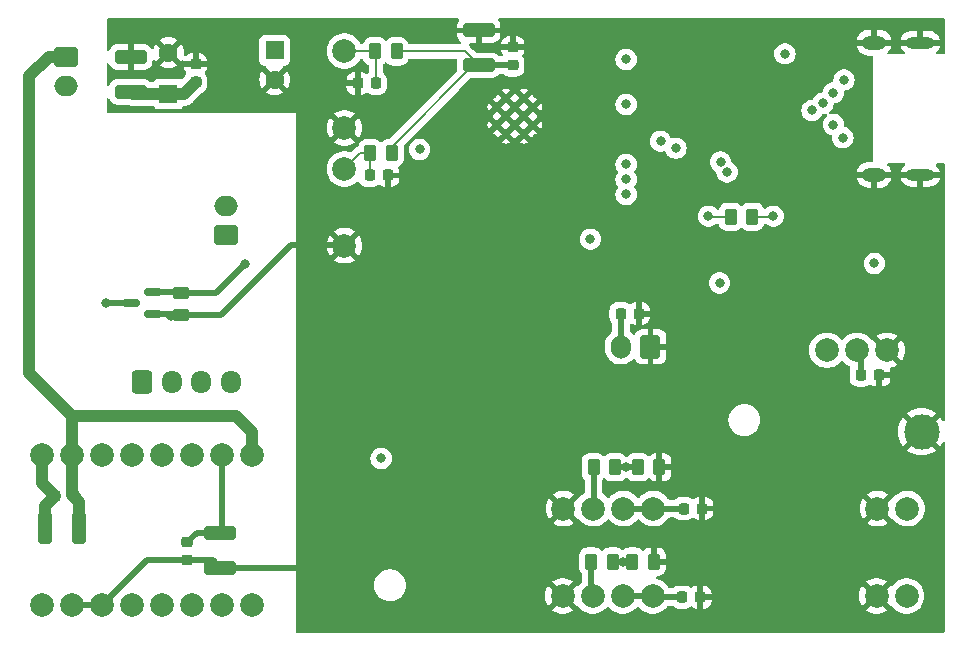
<source format=gbr>
%TF.GenerationSoftware,KiCad,Pcbnew,7.0.9-7.0.9~ubuntu22.04.1*%
%TF.CreationDate,2023-12-14T14:14:08+03:00*%
%TF.ProjectId,main-module,6d61696e-2d6d-46f6-9475-6c652e6b6963,rev?*%
%TF.SameCoordinates,Original*%
%TF.FileFunction,Copper,L4,Bot*%
%TF.FilePolarity,Positive*%
%FSLAX46Y46*%
G04 Gerber Fmt 4.6, Leading zero omitted, Abs format (unit mm)*
G04 Created by KiCad (PCBNEW 7.0.9-7.0.9~ubuntu22.04.1) date 2023-12-14 14:14:08*
%MOMM*%
%LPD*%
G01*
G04 APERTURE LIST*
G04 Aperture macros list*
%AMRoundRect*
0 Rectangle with rounded corners*
0 $1 Rounding radius*
0 $2 $3 $4 $5 $6 $7 $8 $9 X,Y pos of 4 corners*
0 Add a 4 corners polygon primitive as box body*
4,1,4,$2,$3,$4,$5,$6,$7,$8,$9,$2,$3,0*
0 Add four circle primitives for the rounded corners*
1,1,$1+$1,$2,$3*
1,1,$1+$1,$4,$5*
1,1,$1+$1,$6,$7*
1,1,$1+$1,$8,$9*
0 Add four rect primitives between the rounded corners*
20,1,$1+$1,$2,$3,$4,$5,0*
20,1,$1+$1,$4,$5,$6,$7,0*
20,1,$1+$1,$6,$7,$8,$9,0*
20,1,$1+$1,$8,$9,$2,$3,0*%
G04 Aperture macros list end*
%TA.AperFunction,ComponentPad*%
%ADD10C,2.000000*%
%TD*%
%TA.AperFunction,ComponentPad*%
%ADD11RoundRect,0.250000X-0.750000X0.600000X-0.750000X-0.600000X0.750000X-0.600000X0.750000X0.600000X0*%
%TD*%
%TA.AperFunction,ComponentPad*%
%ADD12O,2.000000X1.700000*%
%TD*%
%TA.AperFunction,ComponentPad*%
%ADD13O,2.000000X1.200000*%
%TD*%
%TA.AperFunction,ComponentPad*%
%ADD14O,2.400000X1.000000*%
%TD*%
%TA.AperFunction,ComponentPad*%
%ADD15RoundRect,0.250000X-0.600000X-0.725000X0.600000X-0.725000X0.600000X0.725000X-0.600000X0.725000X0*%
%TD*%
%TA.AperFunction,ComponentPad*%
%ADD16O,1.700000X1.950000*%
%TD*%
%TA.AperFunction,ComponentPad*%
%ADD17R,1.600000X1.600000*%
%TD*%
%TA.AperFunction,ComponentPad*%
%ADD18C,1.600000*%
%TD*%
%TA.AperFunction,ComponentPad*%
%ADD19RoundRect,0.250000X0.750000X-0.600000X0.750000X0.600000X-0.750000X0.600000X-0.750000X-0.600000X0*%
%TD*%
%TA.AperFunction,ComponentPad*%
%ADD20C,3.000000*%
%TD*%
%TA.AperFunction,ComponentPad*%
%ADD21RoundRect,0.250000X0.600000X0.750000X-0.600000X0.750000X-0.600000X-0.750000X0.600000X-0.750000X0*%
%TD*%
%TA.AperFunction,ComponentPad*%
%ADD22O,1.700000X2.000000*%
%TD*%
%TA.AperFunction,HeatsinkPad*%
%ADD23C,0.600000*%
%TD*%
%TA.AperFunction,SMDPad,CuDef*%
%ADD24RoundRect,0.250000X0.262500X0.450000X-0.262500X0.450000X-0.262500X-0.450000X0.262500X-0.450000X0*%
%TD*%
%TA.AperFunction,SMDPad,CuDef*%
%ADD25RoundRect,0.225000X-0.225000X-0.250000X0.225000X-0.250000X0.225000X0.250000X-0.225000X0.250000X0*%
%TD*%
%TA.AperFunction,SMDPad,CuDef*%
%ADD26RoundRect,0.250000X-0.450000X0.262500X-0.450000X-0.262500X0.450000X-0.262500X0.450000X0.262500X0*%
%TD*%
%TA.AperFunction,SMDPad,CuDef*%
%ADD27RoundRect,0.225000X0.250000X-0.225000X0.250000X0.225000X-0.250000X0.225000X-0.250000X-0.225000X0*%
%TD*%
%TA.AperFunction,SMDPad,CuDef*%
%ADD28RoundRect,0.250000X-1.100000X0.325000X-1.100000X-0.325000X1.100000X-0.325000X1.100000X0.325000X0*%
%TD*%
%TA.AperFunction,SMDPad,CuDef*%
%ADD29RoundRect,0.250000X1.100000X-0.325000X1.100000X0.325000X-1.100000X0.325000X-1.100000X-0.325000X0*%
%TD*%
%TA.AperFunction,SMDPad,CuDef*%
%ADD30RoundRect,0.225000X0.225000X0.250000X-0.225000X0.250000X-0.225000X-0.250000X0.225000X-0.250000X0*%
%TD*%
%TA.AperFunction,SMDPad,CuDef*%
%ADD31RoundRect,0.150000X0.587500X0.150000X-0.587500X0.150000X-0.587500X-0.150000X0.587500X-0.150000X0*%
%TD*%
%TA.AperFunction,SMDPad,CuDef*%
%ADD32RoundRect,0.250000X-0.262500X-0.450000X0.262500X-0.450000X0.262500X0.450000X-0.262500X0.450000X0*%
%TD*%
%TA.AperFunction,SMDPad,CuDef*%
%ADD33RoundRect,0.250000X0.325000X1.100000X-0.325000X1.100000X-0.325000X-1.100000X0.325000X-1.100000X0*%
%TD*%
%TA.AperFunction,SMDPad,CuDef*%
%ADD34RoundRect,0.225000X-0.250000X0.225000X-0.250000X-0.225000X0.250000X-0.225000X0.250000X0.225000X0*%
%TD*%
%TA.AperFunction,ViaPad*%
%ADD35C,0.800000*%
%TD*%
%TA.AperFunction,Conductor*%
%ADD36C,1.000000*%
%TD*%
%TA.AperFunction,Conductor*%
%ADD37C,0.500000*%
%TD*%
%TA.AperFunction,Conductor*%
%ADD38C,0.200000*%
%TD*%
G04 APERTURE END LIST*
D10*
%TO.P,U13,1,ENABLE#*%
%TO.N,/M_ENABLE#*%
X44560000Y-91675000D03*
%TO.P,U13,2,MS1*%
%TO.N,GNDA*%
X47100000Y-91675000D03*
%TO.P,U13,3,MS2*%
X49640000Y-91675000D03*
%TO.P,U13,4,PDN/UART1*%
%TO.N,unconnected-(U13-PDN{slash}UART1-Pad4)*%
X52180000Y-91675000D03*
%TO.P,U13,5,PDN/UART2*%
%TO.N,unconnected-(U13-PDN{slash}UART2-Pad5)*%
X54720000Y-91675000D03*
%TO.P,U13,6,EXTERNAL_CLK*%
%TO.N,unconnected-(U13-EXTERNAL_CLK-Pad6)*%
X57260000Y-91675000D03*
%TO.P,U13,7,STEP*%
%TO.N,/M_STEP*%
X59800000Y-91675000D03*
%TO.P,U13,8,DIR*%
%TO.N,/M_DIR*%
X62340000Y-91675000D03*
%TO.P,U13,9,VM*%
%TO.N,VD*%
X44560000Y-78975000D03*
%TO.P,U13,10,GND*%
%TO.N,GNDPWR*%
X47100000Y-78975000D03*
%TO.P,U13,11,M1B*%
%TO.N,Net-(J6-Pin_1)*%
X49640000Y-78975000D03*
%TO.P,U13,12,M1A*%
%TO.N,Net-(J6-Pin_2)*%
X52180000Y-78975000D03*
%TO.P,U13,13,M2A*%
%TO.N,Net-(J6-Pin_3)*%
X54720000Y-78975000D03*
%TO.P,U13,14,M2B*%
%TO.N,Net-(J6-Pin_4)*%
X57260000Y-78975000D03*
%TO.P,U13,15,VIO*%
%TO.N,+3V3*%
X59800000Y-78975000D03*
%TO.P,U13,16,GND*%
%TO.N,GNDPWR*%
X62340000Y-78975000D03*
%TD*%
D11*
%TO.P,J1,1,Pin_1*%
%TO.N,GNDPWR*%
X46560000Y-45250000D03*
D12*
%TO.P,J1,2,Pin_2*%
%TO.N,/7.5V_BEFORE_FUSE*%
X46560000Y-47750000D03*
%TD*%
D10*
%TO.P,U7,2,DATA*%
%TO.N,/FM_OUT_433*%
X110995000Y-70100000D03*
%TO.P,U7,3,VCC*%
%TO.N,+5V*%
X113535000Y-70100000D03*
%TO.P,U7,4,GND*%
%TO.N,GNDA*%
X116075000Y-70100000D03*
%TD*%
D13*
%TO.P,J2,S1,SHIELD*%
%TO.N,GNDA*%
X114975000Y-55250000D03*
D14*
X118900000Y-55250000D03*
D13*
X114975000Y-44050000D03*
D14*
X118900000Y-44050000D03*
%TD*%
D15*
%TO.P,J6,1,Pin_1*%
%TO.N,Net-(J6-Pin_1)*%
X53000000Y-72800000D03*
D16*
%TO.P,J6,2,Pin_2*%
%TO.N,Net-(J6-Pin_2)*%
X55500000Y-72800000D03*
%TO.P,J6,3,Pin_3*%
%TO.N,Net-(J6-Pin_3)*%
X58000000Y-72800000D03*
%TO.P,J6,4,Pin_4*%
%TO.N,Net-(J6-Pin_4)*%
X60500000Y-72800000D03*
%TD*%
D10*
%TO.P,SW1,1,1*%
%TO.N,GNDA*%
X70135000Y-51275000D03*
%TO.P,SW1,2,2*%
%TO.N,/ESP32_ENABLE*%
X70135000Y-44775000D03*
%TD*%
D17*
%TO.P,C17,1*%
%TO.N,+3V3*%
X64235000Y-44700000D03*
D18*
%TO.P,C17,2*%
%TO.N,GNDA*%
X64235000Y-47200000D03*
%TD*%
D17*
%TO.P,C4,1*%
%TO.N,/7.5V_BEFORE_FUSE*%
X55235000Y-48400000D03*
D18*
%TO.P,C4,2*%
%TO.N,GNDA*%
X55235000Y-44900000D03*
%TD*%
D19*
%TO.P,J3,1,Pin_1*%
%TO.N,Net-(J3-Pin_1)*%
X60110000Y-60350000D03*
D12*
%TO.P,J3,2,Pin_2*%
%TO.N,Net-(J3-Pin_2)*%
X60110000Y-57850000D03*
%TD*%
D10*
%TO.P,U6,1,ANT*%
%TO.N,unconnected-(U6-ANT-Pad1)*%
X117800000Y-83500000D03*
%TO.P,U6,2,GND*%
%TO.N,GNDA*%
X115260000Y-83500000D03*
%TO.P,U6,3,VCC*%
%TO.N,+5V*%
X96300000Y-83500000D03*
%TO.P,U6,4,CS*%
X93760000Y-83500000D03*
%TO.P,U6,5,DATA*%
%TO.N,/FM_IN_5V_433*%
X91220000Y-83500000D03*
%TO.P,U6,6,GND*%
%TO.N,GNDA*%
X88680000Y-83500000D03*
%TD*%
%TO.P,SW2,1,1*%
%TO.N,/CHARGER_START_BUTTON*%
X70135000Y-54750000D03*
%TO.P,SW2,2,2*%
%TO.N,GNDA*%
X70135000Y-61250000D03*
%TD*%
D20*
%TO.P,TP1,1,1*%
%TO.N,GNDA*%
X119000000Y-77000000D03*
%TD*%
D10*
%TO.P,U10,1,ANT*%
%TO.N,unconnected-(U10-ANT-Pad1)*%
X117735000Y-90900000D03*
%TO.P,U10,2,GND*%
%TO.N,GNDA*%
X115195000Y-90900000D03*
%TO.P,U10,3,VCC*%
%TO.N,+5V*%
X96235000Y-90900000D03*
%TO.P,U10,4,CS*%
X93695000Y-90900000D03*
%TO.P,U10,5,DATA*%
%TO.N,/FM_IN_5V_315*%
X91155000Y-90900000D03*
%TO.P,U10,6,GND*%
%TO.N,GNDA*%
X88615000Y-90900000D03*
%TD*%
D21*
%TO.P,J5,1,Pin_1*%
%TO.N,GNDA*%
X96050000Y-69800000D03*
D22*
%TO.P,J5,2,Pin_2*%
%TO.N,/LIMIT_SWITCH*%
X93550000Y-69800000D03*
%TD*%
D23*
%TO.P,U8,39,GND*%
%TO.N,GNDA*%
X83037500Y-49512500D03*
X83037500Y-51037500D03*
X83800000Y-48750000D03*
X83800000Y-50275000D03*
X83800000Y-51800000D03*
X84562500Y-49512500D03*
X84562500Y-51037500D03*
X85325000Y-48750000D03*
X85325000Y-50275000D03*
X85325000Y-51800000D03*
X86087500Y-49512500D03*
X86087500Y-51037500D03*
%TD*%
D24*
%TO.P,R20,1*%
%TO.N,GNDA*%
X96347500Y-88000000D03*
%TO.P,R20,2*%
%TO.N,/FM_IN_315*%
X94522500Y-88000000D03*
%TD*%
D25*
%TO.P,C26,1*%
%TO.N,/LIMIT_SWITCH*%
X93525000Y-67000000D03*
%TO.P,C26,2*%
%TO.N,GNDA*%
X95075000Y-67000000D03*
%TD*%
D26*
%TO.P,R3,1*%
%TO.N,/VM_ENABLE*%
X56285560Y-65287500D03*
%TO.P,R3,2*%
%TO.N,GNDA*%
X56285560Y-67112500D03*
%TD*%
D24*
%TO.P,R22,1*%
%TO.N,+3V3*%
X74147500Y-53400000D03*
%TO.P,R22,2*%
%TO.N,/CHARGER_START_BUTTON*%
X72322500Y-53400000D03*
%TD*%
%TO.P,R11,1*%
%TO.N,/FM_IN_433*%
X93057500Y-80000000D03*
%TO.P,R11,2*%
%TO.N,/FM_IN_5V_433*%
X91232500Y-80000000D03*
%TD*%
D25*
%TO.P,C34,1*%
%TO.N,/CHARGER_START_BUTTON*%
X72285000Y-55300000D03*
%TO.P,C34,2*%
%TO.N,GNDA*%
X73835000Y-55300000D03*
%TD*%
D27*
%TO.P,C20,1*%
%TO.N,+3V3*%
X84400000Y-45975000D03*
%TO.P,C20,2*%
%TO.N,GNDA*%
X84400000Y-44425000D03*
%TD*%
D28*
%TO.P,C19,1*%
%TO.N,GNDA*%
X81500000Y-43025000D03*
%TO.P,C19,2*%
%TO.N,+3V3*%
X81500000Y-45975000D03*
%TD*%
D24*
%TO.P,R19,1*%
%TO.N,/FM_IN_315*%
X92847500Y-88000000D03*
%TO.P,R19,2*%
%TO.N,/FM_IN_5V_315*%
X91022500Y-88000000D03*
%TD*%
D29*
%TO.P,C27,1*%
%TO.N,GNDA*%
X59625000Y-88500000D03*
%TO.P,C27,2*%
%TO.N,+3V3*%
X59625000Y-85550000D03*
%TD*%
D30*
%TO.P,C31,1*%
%TO.N,GNDPWR*%
X47200000Y-82425000D03*
%TO.P,C31,2*%
%TO.N,VD*%
X45650000Y-82425000D03*
%TD*%
D25*
%TO.P,C14,1*%
%TO.N,+5V*%
X113860000Y-72200000D03*
%TO.P,C14,2*%
%TO.N,GNDA*%
X115410000Y-72200000D03*
%TD*%
D31*
%TO.P,Q1,1,G*%
%TO.N,/VM_ENABLE*%
X53923060Y-65150000D03*
%TO.P,Q1,2,S*%
%TO.N,GNDA*%
X53923060Y-67050000D03*
%TO.P,Q1,3,D*%
%TO.N,Net-(Q1-D)*%
X52048060Y-66100000D03*
%TD*%
D24*
%TO.P,R12,1*%
%TO.N,GNDA*%
X96807500Y-80000000D03*
%TO.P,R12,2*%
%TO.N,/FM_IN_433*%
X94982500Y-80000000D03*
%TD*%
D25*
%TO.P,C15,1*%
%TO.N,+5V*%
X98870000Y-83500000D03*
%TO.P,C15,2*%
%TO.N,GNDA*%
X100420000Y-83500000D03*
%TD*%
D27*
%TO.P,C1,1*%
%TO.N,/7.5V_BEFORE_FUSE*%
X57535000Y-47422349D03*
%TO.P,C1,2*%
%TO.N,GNDA*%
X57535000Y-45872349D03*
%TD*%
D29*
%TO.P,C2,1*%
%TO.N,/7.5V_BEFORE_FUSE*%
X52035000Y-48222349D03*
%TO.P,C2,2*%
%TO.N,GNDA*%
X52035000Y-45272349D03*
%TD*%
D32*
%TO.P,R6,1*%
%TO.N,Net-(Q4-E)*%
X102837500Y-58800000D03*
%TO.P,R6,2*%
%TO.N,Net-(Q3-B)*%
X104662500Y-58800000D03*
%TD*%
D25*
%TO.P,C24,1*%
%TO.N,+5V*%
X98725000Y-91000000D03*
%TO.P,C24,2*%
%TO.N,GNDA*%
X100275000Y-91000000D03*
%TD*%
D24*
%TO.P,R10,1*%
%TO.N,+3V3*%
X74547500Y-44800000D03*
%TO.P,R10,2*%
%TO.N,/ESP32_ENABLE*%
X72722500Y-44800000D03*
%TD*%
D33*
%TO.P,C32,1*%
%TO.N,GNDPWR*%
X47700000Y-85125000D03*
%TO.P,C32,2*%
%TO.N,VD*%
X44750000Y-85125000D03*
%TD*%
D34*
%TO.P,C29,1*%
%TO.N,+3V3*%
X56825000Y-86350000D03*
%TO.P,C29,2*%
%TO.N,GNDA*%
X56825000Y-87900000D03*
%TD*%
D30*
%TO.P,C16,1*%
%TO.N,/ESP32_ENABLE*%
X72810000Y-47500000D03*
%TO.P,C16,2*%
%TO.N,GNDA*%
X71260000Y-47500000D03*
%TD*%
D35*
%TO.N,GNDA*%
X110200000Y-58600000D03*
X73250000Y-82250000D03*
X81000000Y-69750000D03*
X103035000Y-49600000D03*
X72500000Y-69750000D03*
X79532500Y-60695000D03*
%TO.N,+3V3*%
X81600000Y-46000000D03*
X59875000Y-85575000D03*
%TO.N,+5V*%
X115000000Y-62750000D03*
X73250000Y-79250000D03*
%TO.N,/ESP32_ENABLE*%
X101900000Y-64400000D03*
%TO.N,VBUS*%
X112435000Y-47200000D03*
X112335000Y-52100000D03*
X107435000Y-45000000D03*
%TO.N,/D+*%
X111535000Y-48300000D03*
X109735000Y-49800000D03*
%TO.N,/D-*%
X111535000Y-51000000D03*
X110635000Y-49200000D03*
%TO.N,/LIMIT_SWITCH*%
X76500000Y-53100000D03*
%TO.N,/VM_ENABLE*%
X61735000Y-62800000D03*
%TO.N,Net-(Q1-D)*%
X49935000Y-66100000D03*
%TO.N,Net-(Q3-B)*%
X106450000Y-58750000D03*
%TO.N,Net-(Q4-E)*%
X100950000Y-58750000D03*
%TO.N,/FM_IN_433*%
X94000000Y-80000000D03*
X93992500Y-54365000D03*
%TO.N,/FM_IN_315*%
X93992500Y-49285000D03*
X93735000Y-88000000D03*
%TO.N,/TXD_3V3*%
X101979378Y-54169163D03*
X98200000Y-53000000D03*
%TO.N,/RXD_3V3*%
X102535000Y-55000000D03*
X96900000Y-52400000D03*
%TO.N,/FM_OUT_433*%
X93992500Y-45475000D03*
%TO.N,/M_DIR*%
X93992500Y-56905000D03*
%TO.N,/M_STEP*%
X93992500Y-55635000D03*
%TO.N,/M_ENABLE#*%
X90962500Y-60695000D03*
%TD*%
D36*
%TO.N,/7.5V_BEFORE_FUSE*%
X52212651Y-48400000D02*
X52035000Y-48222349D01*
X55235000Y-48400000D02*
X52212651Y-48400000D01*
X56557349Y-48400000D02*
X57535000Y-47422349D01*
X55235000Y-48400000D02*
X56557349Y-48400000D01*
D37*
%TO.N,GNDA*%
X53923060Y-67050000D02*
X55135000Y-67050000D01*
X55135000Y-67050000D02*
X56223060Y-67050000D01*
X55135000Y-67050000D02*
X55435000Y-67350000D01*
X56825000Y-87900000D02*
X59025000Y-87900000D01*
X49640000Y-91675000D02*
X48425000Y-91675000D01*
X56285560Y-67112500D02*
X59722500Y-67112500D01*
X49640000Y-91675000D02*
X53415000Y-87900000D01*
X59722500Y-67112500D02*
X65635000Y-61200000D01*
X59625000Y-88500000D02*
X67000000Y-88500000D01*
X48425000Y-91675000D02*
X47100000Y-91675000D01*
X59025000Y-87900000D02*
X59625000Y-88500000D01*
X65635000Y-61200000D02*
X70085000Y-61200000D01*
X53415000Y-87900000D02*
X56825000Y-87900000D01*
D38*
%TO.N,+3V3*%
X74547500Y-44800000D02*
X80325000Y-44800000D01*
D37*
X57625000Y-85550000D02*
X56825000Y-86350000D01*
X59625000Y-85550000D02*
X57625000Y-85550000D01*
D38*
X80325000Y-44800000D02*
X81500000Y-45975000D01*
D37*
X84400000Y-45975000D02*
X81500000Y-45975000D01*
D38*
X74147500Y-52887500D02*
X81060000Y-45975000D01*
D37*
X59800000Y-78975000D02*
X59800000Y-85375000D01*
D36*
%TO.N,GNDPWR*%
X62340000Y-77040000D02*
X61000000Y-75700000D01*
X47100000Y-75700000D02*
X47100000Y-78975000D01*
X47700000Y-82925000D02*
X47100000Y-82325000D01*
X47100000Y-82325000D02*
X47100000Y-78975000D01*
X47700000Y-82925000D02*
X47200000Y-82425000D01*
X46560000Y-45250000D02*
X45085000Y-45250000D01*
X61000000Y-75700000D02*
X47100000Y-75700000D01*
X47700000Y-85125000D02*
X47700000Y-82925000D01*
X43435000Y-72035000D02*
X47100000Y-75700000D01*
X45085000Y-45250000D02*
X43435000Y-46900000D01*
X62340000Y-78975000D02*
X62340000Y-77040000D01*
X43435000Y-46900000D02*
X43435000Y-72035000D01*
%TO.N,VD*%
X44750000Y-85125000D02*
X44750000Y-83325000D01*
X45650000Y-82425000D02*
X44525000Y-81300000D01*
X44525000Y-81300000D02*
X44525000Y-79010000D01*
X44750000Y-83325000D02*
X45650000Y-82425000D01*
D37*
%TO.N,+5V*%
X93760000Y-83500000D02*
X96300000Y-83500000D01*
X96300000Y-83500000D02*
X98870000Y-83500000D01*
X93695000Y-90900000D02*
X96235000Y-90900000D01*
X113860000Y-72200000D02*
X113860000Y-70425000D01*
X98725000Y-91000000D02*
X96335000Y-91000000D01*
D38*
%TO.N,/ESP32_ENABLE*%
X72722500Y-44800000D02*
X70160000Y-44800000D01*
X72810000Y-47500000D02*
X72810000Y-44887500D01*
%TO.N,/CHARGER_START_BUTTON*%
X72322500Y-53400000D02*
X71485000Y-53400000D01*
X72322500Y-53400000D02*
X72322500Y-55262500D01*
X71485000Y-53400000D02*
X70135000Y-54750000D01*
D37*
%TO.N,/LIMIT_SWITCH*%
X93525000Y-67000000D02*
X93525000Y-69775000D01*
%TO.N,/VM_ENABLE*%
X61735000Y-62800000D02*
X59247500Y-65287500D01*
X59247500Y-65287500D02*
X56285560Y-65287500D01*
X53923060Y-65150000D02*
X56148060Y-65150000D01*
%TO.N,Net-(Q1-D)*%
X52048060Y-66100000D02*
X50035000Y-66100000D01*
D38*
%TO.N,Net-(Q3-B)*%
X106300000Y-58800000D02*
X106350000Y-58750000D01*
X104662500Y-58800000D02*
X106300000Y-58800000D01*
X106350000Y-58750000D02*
X106450000Y-58750000D01*
%TO.N,Net-(Q4-E)*%
X101000000Y-58800000D02*
X100950000Y-58750000D01*
X102837500Y-58800000D02*
X101000000Y-58800000D01*
D37*
%TO.N,/FM_IN_433*%
X94000000Y-80000000D02*
X94982500Y-80000000D01*
X94000000Y-80000000D02*
X93057500Y-80000000D01*
%TO.N,/FM_IN_5V_433*%
X91232500Y-80000000D02*
X91232500Y-83487500D01*
%TO.N,/FM_IN_315*%
X93735000Y-88000000D02*
X94522500Y-88000000D01*
X92847500Y-88000000D02*
X93735000Y-88000000D01*
%TO.N,/FM_IN_5V_315*%
X91022500Y-88000000D02*
X91022500Y-90767500D01*
%TD*%
%TA.AperFunction,Conductor*%
%TO.N,GNDA*%
G36*
X79806516Y-42020185D02*
G01*
X79852271Y-42072989D01*
X79862215Y-42142147D01*
X79833190Y-42205703D01*
X79827158Y-42212181D01*
X79807684Y-42231654D01*
X79715643Y-42380875D01*
X79715641Y-42380880D01*
X79660494Y-42547302D01*
X79660493Y-42547309D01*
X79650000Y-42650013D01*
X79650000Y-42775000D01*
X83349999Y-42775000D01*
X83349999Y-42650028D01*
X83349998Y-42650013D01*
X83339505Y-42547302D01*
X83284358Y-42380880D01*
X83284356Y-42380875D01*
X83192315Y-42231654D01*
X83172842Y-42212181D01*
X83139357Y-42150858D01*
X83144341Y-42081166D01*
X83186213Y-42025233D01*
X83251677Y-42000816D01*
X83260523Y-42000500D01*
X120875500Y-42000500D01*
X120942539Y-42020185D01*
X120988294Y-42072989D01*
X120999500Y-42124500D01*
X120999500Y-44925500D01*
X120979815Y-44992539D01*
X120927011Y-45038294D01*
X120875500Y-45049500D01*
X120305752Y-45049500D01*
X120238713Y-45029815D01*
X120192958Y-44977011D01*
X120183014Y-44907853D01*
X120212039Y-44844297D01*
X120224982Y-44831414D01*
X120328530Y-44742521D01*
X120328531Y-44742520D01*
X120453018Y-44581695D01*
X120542588Y-44399093D01*
X120568246Y-44300000D01*
X119815686Y-44300000D01*
X119827641Y-44288045D01*
X119885165Y-44175148D01*
X119904986Y-44050000D01*
X119885165Y-43924852D01*
X119827641Y-43811955D01*
X119815686Y-43800000D01*
X120573366Y-43800000D01*
X120573068Y-43798053D01*
X120573066Y-43798047D01*
X120502437Y-43607342D01*
X120502434Y-43607335D01*
X120394850Y-43434732D01*
X120254735Y-43287331D01*
X120254733Y-43287330D01*
X120087804Y-43171143D01*
X119900907Y-43090940D01*
X119701690Y-43050000D01*
X119150000Y-43050000D01*
X119150000Y-43650000D01*
X118650000Y-43650000D01*
X118650000Y-43050000D01*
X118149287Y-43050000D01*
X117997661Y-43065418D01*
X117803618Y-43126299D01*
X117803608Y-43126304D01*
X117625784Y-43225005D01*
X117625783Y-43225005D01*
X117471469Y-43357478D01*
X117471468Y-43357479D01*
X117346981Y-43518304D01*
X117257411Y-43700906D01*
X117231754Y-43800000D01*
X117984314Y-43800000D01*
X117972359Y-43811955D01*
X117914835Y-43924852D01*
X117895014Y-44050000D01*
X117914835Y-44175148D01*
X117972359Y-44288045D01*
X117984314Y-44300000D01*
X117226634Y-44300000D01*
X117226931Y-44301946D01*
X117226933Y-44301952D01*
X117297562Y-44492657D01*
X117297565Y-44492664D01*
X117405149Y-44665267D01*
X117545264Y-44812668D01*
X117545266Y-44812669D01*
X117561150Y-44823725D01*
X117604929Y-44878179D01*
X117612317Y-44947657D01*
X117580971Y-45010100D01*
X117520841Y-45045683D01*
X117490313Y-45049500D01*
X116235960Y-45049500D01*
X116168921Y-45029815D01*
X116123166Y-44977011D01*
X116113222Y-44907853D01*
X116142247Y-44844297D01*
X116275105Y-44690969D01*
X116275114Y-44690958D01*
X116380144Y-44509039D01*
X116380147Y-44509032D01*
X116448855Y-44310517D01*
X116448855Y-44310515D01*
X116450368Y-44300000D01*
X115690686Y-44300000D01*
X115702641Y-44288045D01*
X115760165Y-44175148D01*
X115779986Y-44050000D01*
X115760165Y-43924852D01*
X115702641Y-43811955D01*
X115690686Y-43800000D01*
X116446257Y-43800000D01*
X116419229Y-43688590D01*
X116331959Y-43497492D01*
X116210110Y-43326380D01*
X116210104Y-43326374D01*
X116058067Y-43181407D01*
X115881342Y-43067833D01*
X115686314Y-42989755D01*
X115480038Y-42950000D01*
X115225000Y-42950000D01*
X115225000Y-43650000D01*
X114725000Y-43650000D01*
X114725000Y-42950000D01*
X114522602Y-42950000D01*
X114365877Y-42964965D01*
X114365873Y-42964966D01*
X114164313Y-43024149D01*
X113977585Y-43120413D01*
X113812462Y-43250268D01*
X113812459Y-43250271D01*
X113674894Y-43409030D01*
X113674885Y-43409041D01*
X113569855Y-43590960D01*
X113569852Y-43590967D01*
X113501144Y-43789482D01*
X113501144Y-43789484D01*
X113499632Y-43800000D01*
X114259314Y-43800000D01*
X114247359Y-43811955D01*
X114189835Y-43924852D01*
X114170014Y-44050000D01*
X114189835Y-44175148D01*
X114247359Y-44288045D01*
X114259314Y-44300000D01*
X113503742Y-44300000D01*
X113530770Y-44411409D01*
X113618040Y-44602507D01*
X113739889Y-44773619D01*
X113739895Y-44773625D01*
X113891932Y-44918592D01*
X114068657Y-45032166D01*
X114263685Y-45110244D01*
X114469962Y-45150000D01*
X114775500Y-45150000D01*
X114842539Y-45169685D01*
X114888294Y-45222489D01*
X114899500Y-45274000D01*
X114899500Y-54026000D01*
X114879815Y-54093039D01*
X114827011Y-54138794D01*
X114775500Y-54150000D01*
X114522602Y-54150000D01*
X114365877Y-54164965D01*
X114365873Y-54164966D01*
X114164313Y-54224149D01*
X113977585Y-54320413D01*
X113812462Y-54450268D01*
X113812459Y-54450271D01*
X113674894Y-54609030D01*
X113674885Y-54609041D01*
X113569855Y-54790960D01*
X113569852Y-54790967D01*
X113501144Y-54989482D01*
X113501144Y-54989484D01*
X113499632Y-55000000D01*
X114259314Y-55000000D01*
X114247359Y-55011955D01*
X114189835Y-55124852D01*
X114170014Y-55250000D01*
X114189835Y-55375148D01*
X114247359Y-55488045D01*
X114259314Y-55500000D01*
X113503742Y-55500000D01*
X113530770Y-55611409D01*
X113618040Y-55802507D01*
X113739889Y-55973619D01*
X113739895Y-55973625D01*
X113891932Y-56118592D01*
X114068657Y-56232166D01*
X114263685Y-56310244D01*
X114469962Y-56350000D01*
X114725000Y-56350000D01*
X114725000Y-55650000D01*
X115225000Y-55650000D01*
X115225000Y-56350000D01*
X115427398Y-56350000D01*
X115584122Y-56335034D01*
X115584126Y-56335033D01*
X115785686Y-56275850D01*
X115972414Y-56179586D01*
X116137537Y-56049731D01*
X116137540Y-56049728D01*
X116275105Y-55890969D01*
X116275114Y-55890958D01*
X116380144Y-55709039D01*
X116380147Y-55709032D01*
X116448855Y-55510517D01*
X116448855Y-55510515D01*
X116450368Y-55500000D01*
X115690686Y-55500000D01*
X115702641Y-55488045D01*
X115760165Y-55375148D01*
X115779986Y-55250000D01*
X115760165Y-55124852D01*
X115702641Y-55011955D01*
X115690686Y-55000000D01*
X116446257Y-55000000D01*
X116419229Y-54888590D01*
X116331959Y-54697492D01*
X116210110Y-54526380D01*
X116210104Y-54526374D01*
X116144943Y-54464243D01*
X116110008Y-54403734D01*
X116113333Y-54333944D01*
X116153861Y-54277029D01*
X116218726Y-54251061D01*
X116230513Y-54250500D01*
X117494248Y-54250500D01*
X117561287Y-54270185D01*
X117607042Y-54322989D01*
X117616986Y-54392147D01*
X117587961Y-54455703D01*
X117575018Y-54468586D01*
X117471469Y-54557478D01*
X117471468Y-54557479D01*
X117346981Y-54718304D01*
X117257411Y-54900906D01*
X117231754Y-55000000D01*
X117984314Y-55000000D01*
X117972359Y-55011955D01*
X117914835Y-55124852D01*
X117895014Y-55250000D01*
X117914835Y-55375148D01*
X117972359Y-55488045D01*
X117984314Y-55500000D01*
X117226634Y-55500000D01*
X117226931Y-55501946D01*
X117226933Y-55501952D01*
X117297562Y-55692657D01*
X117297565Y-55692664D01*
X117405149Y-55865267D01*
X117545264Y-56012668D01*
X117545266Y-56012669D01*
X117712195Y-56128856D01*
X117899092Y-56209059D01*
X118098310Y-56250000D01*
X118650000Y-56250000D01*
X118650000Y-55650000D01*
X119150000Y-55650000D01*
X119150000Y-56250000D01*
X119650713Y-56250000D01*
X119802338Y-56234581D01*
X119996381Y-56173700D01*
X119996391Y-56173695D01*
X120174215Y-56074994D01*
X120174216Y-56074994D01*
X120328530Y-55942521D01*
X120328531Y-55942520D01*
X120453018Y-55781695D01*
X120542588Y-55599093D01*
X120568246Y-55500000D01*
X119815686Y-55500000D01*
X119827641Y-55488045D01*
X119885165Y-55375148D01*
X119904986Y-55250000D01*
X119885165Y-55124852D01*
X119827641Y-55011955D01*
X119815686Y-55000000D01*
X120573366Y-55000000D01*
X120573068Y-54998053D01*
X120573066Y-54998047D01*
X120502437Y-54807342D01*
X120502434Y-54807335D01*
X120394850Y-54634732D01*
X120254735Y-54487331D01*
X120254733Y-54487330D01*
X120238850Y-54476275D01*
X120195071Y-54421821D01*
X120187683Y-54352343D01*
X120219029Y-54289900D01*
X120279159Y-54254317D01*
X120309687Y-54250500D01*
X120875500Y-54250500D01*
X120942539Y-54270185D01*
X120988294Y-54322989D01*
X120999500Y-54374500D01*
X120999500Y-76002786D01*
X120979815Y-76069825D01*
X120927011Y-76115580D01*
X120857853Y-76125524D01*
X120794297Y-76096499D01*
X120766668Y-76062213D01*
X120686808Y-75915961D01*
X120686807Y-75915960D01*
X120580115Y-75773436D01*
X119861650Y-76491901D01*
X119794854Y-76384737D01*
X119654732Y-76237329D01*
X119509913Y-76136532D01*
X120226562Y-75419883D01*
X120226561Y-75419882D01*
X120084046Y-75313196D01*
X120084038Y-75313191D01*
X119832957Y-75176091D01*
X119832958Y-75176091D01*
X119564895Y-75076109D01*
X119285362Y-75015300D01*
X119000001Y-74994891D01*
X118999999Y-74994891D01*
X118714637Y-75015300D01*
X118435104Y-75076109D01*
X118167041Y-75176091D01*
X117915961Y-75313191D01*
X117915953Y-75313196D01*
X117773437Y-75419882D01*
X117773436Y-75419883D01*
X118491874Y-76138321D01*
X118425786Y-76175004D01*
X118271469Y-76307480D01*
X118146979Y-76468308D01*
X118136374Y-76489927D01*
X117419883Y-75773436D01*
X117419882Y-75773437D01*
X117313196Y-75915953D01*
X117313191Y-75915961D01*
X117176091Y-76167041D01*
X117076109Y-76435104D01*
X117015300Y-76714637D01*
X116994891Y-76999998D01*
X116994891Y-77000001D01*
X117015300Y-77285362D01*
X117076109Y-77564895D01*
X117176091Y-77832958D01*
X117313191Y-78084038D01*
X117313196Y-78084046D01*
X117419882Y-78226561D01*
X117419883Y-78226562D01*
X118138348Y-77508096D01*
X118205146Y-77615263D01*
X118345268Y-77762671D01*
X118490085Y-77863467D01*
X117773436Y-78580115D01*
X117915960Y-78686807D01*
X117915961Y-78686808D01*
X118167042Y-78823908D01*
X118167041Y-78823908D01*
X118435104Y-78923890D01*
X118714637Y-78984699D01*
X118999999Y-79005109D01*
X119000001Y-79005109D01*
X119285362Y-78984699D01*
X119564895Y-78923890D01*
X119832958Y-78823908D01*
X120084047Y-78686803D01*
X120226561Y-78580116D01*
X120226562Y-78580115D01*
X119508125Y-77861678D01*
X119574214Y-77824996D01*
X119728531Y-77692520D01*
X119853021Y-77531692D01*
X119863625Y-77510072D01*
X120580115Y-78226562D01*
X120580116Y-78226561D01*
X120686803Y-78084047D01*
X120766668Y-77937786D01*
X120816073Y-77888381D01*
X120884346Y-77873529D01*
X120949810Y-77897946D01*
X120991682Y-77953879D01*
X120999500Y-77997213D01*
X120999500Y-93875500D01*
X120979815Y-93942539D01*
X120927011Y-93988294D01*
X120875500Y-93999500D01*
X66124000Y-93999500D01*
X66056961Y-93979815D01*
X66011206Y-93927011D01*
X66000000Y-93875500D01*
X66000000Y-90000000D01*
X72644341Y-90000000D01*
X72664936Y-90235403D01*
X72664938Y-90235413D01*
X72726094Y-90463655D01*
X72726096Y-90463659D01*
X72726097Y-90463663D01*
X72731406Y-90475048D01*
X72825964Y-90677828D01*
X72825965Y-90677830D01*
X72961505Y-90871402D01*
X73128597Y-91038494D01*
X73322169Y-91174034D01*
X73322171Y-91174035D01*
X73536337Y-91273903D01*
X73764592Y-91335063D01*
X73941034Y-91350500D01*
X74058966Y-91350500D01*
X74235408Y-91335063D01*
X74463663Y-91273903D01*
X74677829Y-91174035D01*
X74871401Y-91038495D01*
X75009891Y-90900005D01*
X87109859Y-90900005D01*
X87130385Y-91147729D01*
X87130387Y-91147738D01*
X87191412Y-91388717D01*
X87291266Y-91616364D01*
X87391564Y-91769882D01*
X88131923Y-91029523D01*
X88155507Y-91109844D01*
X88233239Y-91230798D01*
X88341900Y-91324952D01*
X88472685Y-91384680D01*
X88482466Y-91386086D01*
X87744942Y-92123609D01*
X87791768Y-92160055D01*
X87791770Y-92160056D01*
X88010385Y-92278364D01*
X88010396Y-92278369D01*
X88245506Y-92359083D01*
X88490707Y-92400000D01*
X88739293Y-92400000D01*
X88984493Y-92359083D01*
X89219603Y-92278369D01*
X89219614Y-92278364D01*
X89438228Y-92160057D01*
X89438231Y-92160055D01*
X89485056Y-92123609D01*
X88747533Y-91386086D01*
X88757315Y-91384680D01*
X88888100Y-91324952D01*
X88996761Y-91230798D01*
X89074493Y-91109844D01*
X89098076Y-91029524D01*
X89838434Y-91769882D01*
X89849861Y-91768697D01*
X89918573Y-91781360D01*
X89963092Y-91821194D01*
X89963683Y-91820735D01*
X89966218Y-91823992D01*
X89966456Y-91824205D01*
X89966831Y-91824780D01*
X89966836Y-91824785D01*
X90135256Y-92007738D01*
X90331491Y-92160474D01*
X90331493Y-92160475D01*
X90549332Y-92278364D01*
X90550190Y-92278828D01*
X90769141Y-92353994D01*
X90783964Y-92359083D01*
X90785386Y-92359571D01*
X91030665Y-92400500D01*
X91279335Y-92400500D01*
X91524614Y-92359571D01*
X91759810Y-92278828D01*
X91978509Y-92160474D01*
X92174744Y-92007738D01*
X92333771Y-91834988D01*
X92393657Y-91798999D01*
X92463495Y-91801099D01*
X92516228Y-91834988D01*
X92675256Y-92007738D01*
X92871491Y-92160474D01*
X92871493Y-92160475D01*
X93089332Y-92278364D01*
X93090190Y-92278828D01*
X93309141Y-92353994D01*
X93323964Y-92359083D01*
X93325386Y-92359571D01*
X93570665Y-92400500D01*
X93819335Y-92400500D01*
X94064614Y-92359571D01*
X94299810Y-92278828D01*
X94518509Y-92160474D01*
X94714744Y-92007738D01*
X94873771Y-91834988D01*
X94933657Y-91798999D01*
X95003495Y-91801099D01*
X95056228Y-91834988D01*
X95215256Y-92007738D01*
X95411491Y-92160474D01*
X95411493Y-92160475D01*
X95629332Y-92278364D01*
X95630190Y-92278828D01*
X95849141Y-92353994D01*
X95863964Y-92359083D01*
X95865386Y-92359571D01*
X96110665Y-92400500D01*
X96359335Y-92400500D01*
X96604614Y-92359571D01*
X96839810Y-92278828D01*
X97058509Y-92160474D01*
X97254744Y-92007738D01*
X97423164Y-91824785D01*
X97434995Y-91806675D01*
X97488141Y-91761321D01*
X97538802Y-91750500D01*
X97923126Y-91750500D01*
X97990165Y-91770185D01*
X98010807Y-91786819D01*
X98046955Y-91822967D01*
X98046959Y-91822970D01*
X98191294Y-91911998D01*
X98191297Y-91911999D01*
X98191303Y-91912003D01*
X98352292Y-91965349D01*
X98451655Y-91975500D01*
X98998344Y-91975499D01*
X98998352Y-91975498D01*
X98998355Y-91975498D01*
X99052760Y-91969940D01*
X99097708Y-91965349D01*
X99258697Y-91912003D01*
X99403044Y-91822968D01*
X99412668Y-91813343D01*
X99473987Y-91779856D01*
X99543679Y-91784835D01*
X99588034Y-91813339D01*
X99597267Y-91822572D01*
X99597271Y-91822575D01*
X99741507Y-91911542D01*
X99741518Y-91911547D01*
X99902393Y-91964855D01*
X100001683Y-91974999D01*
X100025000Y-91974998D01*
X100025000Y-91250000D01*
X100525000Y-91250000D01*
X100525000Y-91974999D01*
X100548308Y-91974999D01*
X100548322Y-91974998D01*
X100647607Y-91964855D01*
X100808481Y-91911547D01*
X100808492Y-91911542D01*
X100952728Y-91822575D01*
X100952732Y-91822572D01*
X101072572Y-91702732D01*
X101072575Y-91702728D01*
X101161542Y-91558492D01*
X101161547Y-91558481D01*
X101214855Y-91397606D01*
X101224999Y-91298322D01*
X101225000Y-91298309D01*
X101225000Y-91250000D01*
X100525000Y-91250000D01*
X100025000Y-91250000D01*
X100025000Y-90900005D01*
X113689859Y-90900005D01*
X113710385Y-91147729D01*
X113710387Y-91147738D01*
X113771412Y-91388717D01*
X113871266Y-91616364D01*
X113971564Y-91769882D01*
X114711923Y-91029523D01*
X114735507Y-91109844D01*
X114813239Y-91230798D01*
X114921900Y-91324952D01*
X115052685Y-91384680D01*
X115062466Y-91386086D01*
X114324942Y-92123609D01*
X114371768Y-92160055D01*
X114371770Y-92160056D01*
X114590385Y-92278364D01*
X114590396Y-92278369D01*
X114825506Y-92359083D01*
X115070707Y-92400000D01*
X115319293Y-92400000D01*
X115564493Y-92359083D01*
X115799603Y-92278369D01*
X115799614Y-92278364D01*
X116018228Y-92160057D01*
X116018231Y-92160055D01*
X116065056Y-92123609D01*
X115327533Y-91386086D01*
X115337315Y-91384680D01*
X115468100Y-91324952D01*
X115576761Y-91230798D01*
X115654493Y-91109844D01*
X115678076Y-91029524D01*
X116418434Y-91769882D01*
X116429861Y-91768697D01*
X116498573Y-91781360D01*
X116543092Y-91821194D01*
X116543683Y-91820735D01*
X116546218Y-91823992D01*
X116546456Y-91824205D01*
X116546831Y-91824780D01*
X116546836Y-91824785D01*
X116715256Y-92007738D01*
X116911491Y-92160474D01*
X116911493Y-92160475D01*
X117129332Y-92278364D01*
X117130190Y-92278828D01*
X117349141Y-92353994D01*
X117363964Y-92359083D01*
X117365386Y-92359571D01*
X117610665Y-92400500D01*
X117859335Y-92400500D01*
X118104614Y-92359571D01*
X118339810Y-92278828D01*
X118558509Y-92160474D01*
X118754744Y-92007738D01*
X118923164Y-91824785D01*
X119059173Y-91616607D01*
X119159063Y-91388881D01*
X119220108Y-91147821D01*
X119234686Y-90971889D01*
X119240643Y-90900005D01*
X119240643Y-90899994D01*
X119220109Y-90652187D01*
X119220107Y-90652175D01*
X119159063Y-90411118D01*
X119059173Y-90183393D01*
X118923166Y-89975217D01*
X118901557Y-89951744D01*
X118754744Y-89792262D01*
X118558509Y-89639526D01*
X118558507Y-89639525D01*
X118558506Y-89639524D01*
X118339811Y-89521172D01*
X118339802Y-89521169D01*
X118104616Y-89440429D01*
X117859335Y-89399500D01*
X117610665Y-89399500D01*
X117365383Y-89440429D01*
X117130197Y-89521169D01*
X117130188Y-89521172D01*
X116911493Y-89639524D01*
X116715257Y-89792261D01*
X116546837Y-89975213D01*
X116546829Y-89975224D01*
X116546455Y-89975797D01*
X116546242Y-89975978D01*
X116543690Y-89979258D01*
X116543014Y-89978732D01*
X116493304Y-90021147D01*
X116429865Y-90031302D01*
X116418434Y-90030116D01*
X115678076Y-90770475D01*
X115654493Y-90690156D01*
X115576761Y-90569202D01*
X115468100Y-90475048D01*
X115337315Y-90415320D01*
X115327534Y-90413913D01*
X116065057Y-89676390D01*
X116065056Y-89676389D01*
X116018229Y-89639943D01*
X115799614Y-89521635D01*
X115799603Y-89521630D01*
X115564493Y-89440916D01*
X115319293Y-89400000D01*
X115070707Y-89400000D01*
X114825506Y-89440916D01*
X114590396Y-89521630D01*
X114590390Y-89521632D01*
X114371761Y-89639949D01*
X114324942Y-89676388D01*
X114324942Y-89676390D01*
X115062466Y-90413913D01*
X115052685Y-90415320D01*
X114921900Y-90475048D01*
X114813239Y-90569202D01*
X114735507Y-90690156D01*
X114711923Y-90770475D01*
X113971564Y-90030116D01*
X113871267Y-90183632D01*
X113771412Y-90411282D01*
X113710387Y-90652261D01*
X113710385Y-90652270D01*
X113689859Y-90899994D01*
X113689859Y-90900005D01*
X100025000Y-90900005D01*
X100025000Y-90025000D01*
X100525000Y-90025000D01*
X100525000Y-90750000D01*
X101224999Y-90750000D01*
X101224999Y-90701692D01*
X101224998Y-90701677D01*
X101214855Y-90602392D01*
X101161547Y-90441518D01*
X101161542Y-90441507D01*
X101072575Y-90297271D01*
X101072572Y-90297267D01*
X100952732Y-90177427D01*
X100952728Y-90177424D01*
X100808492Y-90088457D01*
X100808481Y-90088452D01*
X100647606Y-90035144D01*
X100548322Y-90025000D01*
X100525000Y-90025000D01*
X100025000Y-90025000D01*
X100025000Y-90024999D01*
X100001693Y-90025000D01*
X100001674Y-90025001D01*
X99902392Y-90035144D01*
X99741518Y-90088452D01*
X99741507Y-90088457D01*
X99597271Y-90177424D01*
X99597265Y-90177428D01*
X99588031Y-90186663D01*
X99526707Y-90220146D01*
X99457015Y-90215159D01*
X99412672Y-90186660D01*
X99403044Y-90177032D01*
X99403040Y-90177029D01*
X99258705Y-90088001D01*
X99258699Y-90087998D01*
X99258697Y-90087997D01*
X99258694Y-90087996D01*
X99097709Y-90034651D01*
X98998346Y-90024500D01*
X98451662Y-90024500D01*
X98451644Y-90024501D01*
X98352292Y-90034650D01*
X98352289Y-90034651D01*
X98191305Y-90087996D01*
X98191294Y-90088001D01*
X98046959Y-90177029D01*
X98046955Y-90177032D01*
X98010807Y-90213181D01*
X97949484Y-90246666D01*
X97923126Y-90249500D01*
X97668837Y-90249500D01*
X97601798Y-90229815D01*
X97562438Y-90187384D01*
X97561978Y-90187686D01*
X97560214Y-90184987D01*
X97559786Y-90184525D01*
X97559173Y-90183393D01*
X97423166Y-89975217D01*
X97401557Y-89951744D01*
X97254744Y-89792262D01*
X97058509Y-89639526D01*
X97058507Y-89639525D01*
X97058506Y-89639524D01*
X96839811Y-89521172D01*
X96839802Y-89521169D01*
X96607094Y-89441280D01*
X96550079Y-89400895D01*
X96523948Y-89336095D01*
X96536999Y-89267455D01*
X96585088Y-89216767D01*
X96647357Y-89199999D01*
X96659971Y-89199999D01*
X96659987Y-89199998D01*
X96762697Y-89189505D01*
X96929119Y-89134358D01*
X96929124Y-89134356D01*
X97078345Y-89042315D01*
X97202315Y-88918345D01*
X97294356Y-88769124D01*
X97294358Y-88769119D01*
X97349505Y-88602697D01*
X97349506Y-88602690D01*
X97359999Y-88499986D01*
X97360000Y-88499973D01*
X97360000Y-88250000D01*
X96221500Y-88250000D01*
X96154461Y-88230315D01*
X96108706Y-88177511D01*
X96097500Y-88126000D01*
X96097500Y-86800000D01*
X96597500Y-86800000D01*
X96597500Y-87750000D01*
X97359999Y-87750000D01*
X97359999Y-87500028D01*
X97359998Y-87500013D01*
X97349505Y-87397302D01*
X97294358Y-87230880D01*
X97294356Y-87230875D01*
X97202315Y-87081654D01*
X97078345Y-86957684D01*
X96929124Y-86865643D01*
X96929119Y-86865641D01*
X96762697Y-86810494D01*
X96762690Y-86810493D01*
X96659986Y-86800000D01*
X96597500Y-86800000D01*
X96097500Y-86800000D01*
X96097499Y-86799999D01*
X96035028Y-86800000D01*
X96035011Y-86800001D01*
X95932302Y-86810494D01*
X95765880Y-86865641D01*
X95765875Y-86865643D01*
X95616657Y-86957682D01*
X95523034Y-87051305D01*
X95461710Y-87084789D01*
X95392019Y-87079805D01*
X95347672Y-87051304D01*
X95253657Y-86957289D01*
X95253656Y-86957288D01*
X95104334Y-86865186D01*
X94937797Y-86810001D01*
X94937795Y-86810000D01*
X94835010Y-86799500D01*
X94209998Y-86799500D01*
X94209980Y-86799501D01*
X94107203Y-86810000D01*
X94107200Y-86810001D01*
X93940668Y-86865185D01*
X93940663Y-86865187D01*
X93791342Y-86957289D01*
X93772681Y-86975951D01*
X93711358Y-87009436D01*
X93641666Y-87004452D01*
X93597319Y-86975951D01*
X93578657Y-86957289D01*
X93578656Y-86957288D01*
X93429334Y-86865186D01*
X93262797Y-86810001D01*
X93262795Y-86810000D01*
X93160010Y-86799500D01*
X92534998Y-86799500D01*
X92534980Y-86799501D01*
X92432203Y-86810000D01*
X92432200Y-86810001D01*
X92265668Y-86865185D01*
X92265663Y-86865187D01*
X92116342Y-86957289D01*
X92022681Y-87050951D01*
X91961358Y-87084436D01*
X91891666Y-87079452D01*
X91847319Y-87050951D01*
X91753657Y-86957289D01*
X91753656Y-86957288D01*
X91604334Y-86865186D01*
X91437797Y-86810001D01*
X91437795Y-86810000D01*
X91335010Y-86799500D01*
X90709998Y-86799500D01*
X90709980Y-86799501D01*
X90607203Y-86810000D01*
X90607200Y-86810001D01*
X90440668Y-86865185D01*
X90440663Y-86865187D01*
X90291342Y-86957289D01*
X90167289Y-87081342D01*
X90075187Y-87230663D01*
X90075185Y-87230668D01*
X90075115Y-87230880D01*
X90020001Y-87397203D01*
X90020001Y-87397204D01*
X90020000Y-87397204D01*
X90009500Y-87499983D01*
X90009500Y-88500001D01*
X90009501Y-88500019D01*
X90020000Y-88602796D01*
X90020001Y-88602799D01*
X90060859Y-88726098D01*
X90075186Y-88769334D01*
X90167096Y-88918345D01*
X90167289Y-88918657D01*
X90235681Y-88987049D01*
X90269166Y-89048372D01*
X90272000Y-89074730D01*
X90272000Y-89625209D01*
X90252315Y-89692248D01*
X90224163Y-89723062D01*
X90135258Y-89792260D01*
X89966837Y-89975213D01*
X89966829Y-89975224D01*
X89966455Y-89975797D01*
X89966242Y-89975978D01*
X89963690Y-89979258D01*
X89963014Y-89978732D01*
X89913304Y-90021147D01*
X89849865Y-90031302D01*
X89838434Y-90030116D01*
X89098076Y-90770475D01*
X89074493Y-90690156D01*
X88996761Y-90569202D01*
X88888100Y-90475048D01*
X88757315Y-90415320D01*
X88747534Y-90413913D01*
X89485057Y-89676390D01*
X89485056Y-89676389D01*
X89438229Y-89639943D01*
X89219614Y-89521635D01*
X89219603Y-89521630D01*
X88984493Y-89440916D01*
X88739293Y-89400000D01*
X88490707Y-89400000D01*
X88245506Y-89440916D01*
X88010396Y-89521630D01*
X88010390Y-89521632D01*
X87791761Y-89639949D01*
X87744942Y-89676388D01*
X87744942Y-89676390D01*
X88482466Y-90413913D01*
X88472685Y-90415320D01*
X88341900Y-90475048D01*
X88233239Y-90569202D01*
X88155507Y-90690156D01*
X88131923Y-90770475D01*
X87391564Y-90030116D01*
X87291267Y-90183632D01*
X87191412Y-90411282D01*
X87130387Y-90652261D01*
X87130385Y-90652270D01*
X87109859Y-90899994D01*
X87109859Y-90900005D01*
X75009891Y-90900005D01*
X75038495Y-90871401D01*
X75174035Y-90677830D01*
X75273903Y-90463663D01*
X75335063Y-90235408D01*
X75355659Y-90000000D01*
X75353541Y-89975797D01*
X75337484Y-89792262D01*
X75335063Y-89764592D01*
X75273903Y-89536337D01*
X75174035Y-89322171D01*
X75174034Y-89322169D01*
X75038494Y-89128597D01*
X74871402Y-88961505D01*
X74677830Y-88825965D01*
X74677828Y-88825964D01*
X74570746Y-88776031D01*
X74463663Y-88726097D01*
X74463659Y-88726096D01*
X74463655Y-88726094D01*
X74235413Y-88664938D01*
X74235403Y-88664936D01*
X74058966Y-88649500D01*
X73941034Y-88649500D01*
X73764596Y-88664936D01*
X73764586Y-88664938D01*
X73536344Y-88726094D01*
X73536335Y-88726098D01*
X73322171Y-88825964D01*
X73322169Y-88825965D01*
X73128597Y-88961505D01*
X72961506Y-89128597D01*
X72961501Y-89128604D01*
X72825967Y-89322165D01*
X72825965Y-89322169D01*
X72726098Y-89536335D01*
X72726094Y-89536344D01*
X72664938Y-89764586D01*
X72664936Y-89764596D01*
X72644341Y-89999999D01*
X72644341Y-90000000D01*
X66000000Y-90000000D01*
X66000000Y-83500005D01*
X87174859Y-83500005D01*
X87195385Y-83747729D01*
X87195387Y-83747738D01*
X87256412Y-83988717D01*
X87356266Y-84216364D01*
X87456564Y-84369882D01*
X88196923Y-83629523D01*
X88220507Y-83709844D01*
X88298239Y-83830798D01*
X88406900Y-83924952D01*
X88537685Y-83984680D01*
X88547466Y-83986086D01*
X87809942Y-84723609D01*
X87856768Y-84760055D01*
X87856770Y-84760056D01*
X88075385Y-84878364D01*
X88075396Y-84878369D01*
X88310506Y-84959083D01*
X88555707Y-85000000D01*
X88804293Y-85000000D01*
X89049493Y-84959083D01*
X89284603Y-84878369D01*
X89284614Y-84878364D01*
X89503228Y-84760057D01*
X89503231Y-84760055D01*
X89550056Y-84723609D01*
X88812533Y-83986086D01*
X88822315Y-83984680D01*
X88953100Y-83924952D01*
X89061761Y-83830798D01*
X89139493Y-83709844D01*
X89163076Y-83629524D01*
X89903434Y-84369882D01*
X89914861Y-84368697D01*
X89983573Y-84381360D01*
X90028092Y-84421194D01*
X90028683Y-84420735D01*
X90031218Y-84423992D01*
X90031456Y-84424205D01*
X90031831Y-84424780D01*
X90031835Y-84424784D01*
X90031836Y-84424785D01*
X90200256Y-84607738D01*
X90396491Y-84760474D01*
X90396493Y-84760475D01*
X90614332Y-84878364D01*
X90615190Y-84878828D01*
X90726297Y-84916971D01*
X90848964Y-84959083D01*
X90850386Y-84959571D01*
X91095665Y-85000500D01*
X91344335Y-85000500D01*
X91589614Y-84959571D01*
X91824810Y-84878828D01*
X92043509Y-84760474D01*
X92239744Y-84607738D01*
X92398771Y-84434988D01*
X92458657Y-84398999D01*
X92528495Y-84401099D01*
X92581228Y-84434988D01*
X92740256Y-84607738D01*
X92936491Y-84760474D01*
X92936493Y-84760475D01*
X93154332Y-84878364D01*
X93155190Y-84878828D01*
X93266297Y-84916971D01*
X93388964Y-84959083D01*
X93390386Y-84959571D01*
X93635665Y-85000500D01*
X93884335Y-85000500D01*
X94129614Y-84959571D01*
X94364810Y-84878828D01*
X94583509Y-84760474D01*
X94779744Y-84607738D01*
X94938771Y-84434988D01*
X94998657Y-84398999D01*
X95068495Y-84401099D01*
X95121228Y-84434988D01*
X95280256Y-84607738D01*
X95476491Y-84760474D01*
X95476493Y-84760475D01*
X95694332Y-84878364D01*
X95695190Y-84878828D01*
X95806297Y-84916971D01*
X95928964Y-84959083D01*
X95930386Y-84959571D01*
X96175665Y-85000500D01*
X96424335Y-85000500D01*
X96669614Y-84959571D01*
X96904810Y-84878828D01*
X97123509Y-84760474D01*
X97319744Y-84607738D01*
X97488164Y-84424785D01*
X97565327Y-84306677D01*
X97618474Y-84261322D01*
X97669136Y-84250500D01*
X98068126Y-84250500D01*
X98135165Y-84270185D01*
X98155807Y-84286819D01*
X98191955Y-84322967D01*
X98191959Y-84322970D01*
X98336294Y-84411998D01*
X98336297Y-84411999D01*
X98336303Y-84412003D01*
X98497292Y-84465349D01*
X98596655Y-84475500D01*
X99143344Y-84475499D01*
X99143352Y-84475498D01*
X99143355Y-84475498D01*
X99197760Y-84469940D01*
X99242708Y-84465349D01*
X99403697Y-84412003D01*
X99548044Y-84322968D01*
X99557668Y-84313343D01*
X99618987Y-84279856D01*
X99688679Y-84284835D01*
X99733034Y-84313339D01*
X99742267Y-84322572D01*
X99742271Y-84322575D01*
X99886507Y-84411542D01*
X99886518Y-84411547D01*
X100047393Y-84464855D01*
X100146683Y-84474999D01*
X100170000Y-84474998D01*
X100170000Y-83750000D01*
X100670000Y-83750000D01*
X100670000Y-84474999D01*
X100693308Y-84474999D01*
X100693322Y-84474998D01*
X100792607Y-84464855D01*
X100953481Y-84411547D01*
X100953492Y-84411542D01*
X101097728Y-84322575D01*
X101097732Y-84322572D01*
X101217572Y-84202732D01*
X101217575Y-84202728D01*
X101306542Y-84058492D01*
X101306547Y-84058481D01*
X101359855Y-83897606D01*
X101369999Y-83798322D01*
X101370000Y-83798309D01*
X101370000Y-83750000D01*
X100670000Y-83750000D01*
X100170000Y-83750000D01*
X100170000Y-83500005D01*
X113754859Y-83500005D01*
X113775385Y-83747729D01*
X113775387Y-83747738D01*
X113836412Y-83988717D01*
X113936266Y-84216364D01*
X114036564Y-84369882D01*
X114776923Y-83629523D01*
X114800507Y-83709844D01*
X114878239Y-83830798D01*
X114986900Y-83924952D01*
X115117685Y-83984680D01*
X115127466Y-83986086D01*
X114389942Y-84723609D01*
X114436768Y-84760055D01*
X114436770Y-84760056D01*
X114655385Y-84878364D01*
X114655396Y-84878369D01*
X114890506Y-84959083D01*
X115135707Y-85000000D01*
X115384293Y-85000000D01*
X115629493Y-84959083D01*
X115864603Y-84878369D01*
X115864614Y-84878364D01*
X116083228Y-84760057D01*
X116083231Y-84760055D01*
X116130056Y-84723609D01*
X115392533Y-83986086D01*
X115402315Y-83984680D01*
X115533100Y-83924952D01*
X115641761Y-83830798D01*
X115719493Y-83709844D01*
X115743076Y-83629524D01*
X116483434Y-84369882D01*
X116494861Y-84368697D01*
X116563573Y-84381360D01*
X116608092Y-84421194D01*
X116608683Y-84420735D01*
X116611218Y-84423992D01*
X116611456Y-84424205D01*
X116611831Y-84424780D01*
X116611835Y-84424784D01*
X116611836Y-84424785D01*
X116780256Y-84607738D01*
X116976491Y-84760474D01*
X116976493Y-84760475D01*
X117194332Y-84878364D01*
X117195190Y-84878828D01*
X117306297Y-84916971D01*
X117428964Y-84959083D01*
X117430386Y-84959571D01*
X117675665Y-85000500D01*
X117924335Y-85000500D01*
X118169614Y-84959571D01*
X118404810Y-84878828D01*
X118623509Y-84760474D01*
X118819744Y-84607738D01*
X118988164Y-84424785D01*
X119124173Y-84216607D01*
X119224063Y-83988881D01*
X119285108Y-83747821D01*
X119305643Y-83500000D01*
X119299686Y-83428111D01*
X119285109Y-83252187D01*
X119285107Y-83252175D01*
X119224063Y-83011118D01*
X119124173Y-82783393D01*
X118988166Y-82575217D01*
X118941937Y-82524999D01*
X118819744Y-82392262D01*
X118623509Y-82239526D01*
X118623507Y-82239525D01*
X118623506Y-82239524D01*
X118404811Y-82121172D01*
X118404802Y-82121169D01*
X118169616Y-82040429D01*
X117924335Y-81999500D01*
X117675665Y-81999500D01*
X117430383Y-82040429D01*
X117195197Y-82121169D01*
X117195188Y-82121172D01*
X116976493Y-82239524D01*
X116780257Y-82392261D01*
X116611837Y-82575213D01*
X116611829Y-82575224D01*
X116611455Y-82575797D01*
X116611242Y-82575978D01*
X116608690Y-82579258D01*
X116608014Y-82578732D01*
X116558304Y-82621147D01*
X116494865Y-82631302D01*
X116483434Y-82630116D01*
X115743076Y-83370475D01*
X115719493Y-83290156D01*
X115641761Y-83169202D01*
X115533100Y-83075048D01*
X115402315Y-83015320D01*
X115392534Y-83013913D01*
X116130057Y-82276390D01*
X116130056Y-82276389D01*
X116083229Y-82239943D01*
X115864614Y-82121635D01*
X115864603Y-82121630D01*
X115629493Y-82040916D01*
X115384293Y-82000000D01*
X115135707Y-82000000D01*
X114890506Y-82040916D01*
X114655396Y-82121630D01*
X114655390Y-82121632D01*
X114436761Y-82239949D01*
X114389942Y-82276388D01*
X114389942Y-82276390D01*
X115127466Y-83013913D01*
X115117685Y-83015320D01*
X114986900Y-83075048D01*
X114878239Y-83169202D01*
X114800507Y-83290156D01*
X114776923Y-83370475D01*
X114036564Y-82630116D01*
X113936267Y-82783632D01*
X113836412Y-83011282D01*
X113775387Y-83252261D01*
X113775385Y-83252270D01*
X113754859Y-83499994D01*
X113754859Y-83500005D01*
X100170000Y-83500005D01*
X100170000Y-82525000D01*
X100670000Y-82525000D01*
X100670000Y-83250000D01*
X101369999Y-83250000D01*
X101369999Y-83201692D01*
X101369998Y-83201677D01*
X101359855Y-83102392D01*
X101306547Y-82941518D01*
X101306542Y-82941507D01*
X101217575Y-82797271D01*
X101217572Y-82797267D01*
X101097732Y-82677427D01*
X101097728Y-82677424D01*
X100953492Y-82588457D01*
X100953481Y-82588452D01*
X100792606Y-82535144D01*
X100693322Y-82525000D01*
X100670000Y-82525000D01*
X100170000Y-82525000D01*
X100170000Y-82524999D01*
X100146693Y-82525000D01*
X100146674Y-82525001D01*
X100047392Y-82535144D01*
X99886518Y-82588452D01*
X99886507Y-82588457D01*
X99742271Y-82677424D01*
X99742265Y-82677428D01*
X99733031Y-82686663D01*
X99671707Y-82720146D01*
X99602015Y-82715159D01*
X99557672Y-82686660D01*
X99548044Y-82677032D01*
X99548040Y-82677029D01*
X99403705Y-82588001D01*
X99403699Y-82587998D01*
X99403697Y-82587997D01*
X99366880Y-82575797D01*
X99242709Y-82534651D01*
X99143346Y-82524500D01*
X98596662Y-82524500D01*
X98596644Y-82524501D01*
X98497292Y-82534650D01*
X98497289Y-82534651D01*
X98336305Y-82587996D01*
X98336294Y-82588001D01*
X98191959Y-82677029D01*
X98191955Y-82677032D01*
X98155807Y-82713181D01*
X98094484Y-82746666D01*
X98068126Y-82749500D01*
X97669136Y-82749500D01*
X97602097Y-82729815D01*
X97565327Y-82693322D01*
X97488164Y-82575215D01*
X97319744Y-82392262D01*
X97123509Y-82239526D01*
X97123507Y-82239525D01*
X97123506Y-82239524D01*
X96904811Y-82121172D01*
X96904802Y-82121169D01*
X96669616Y-82040429D01*
X96424335Y-81999500D01*
X96175665Y-81999500D01*
X95930383Y-82040429D01*
X95695197Y-82121169D01*
X95695188Y-82121172D01*
X95476493Y-82239524D01*
X95280257Y-82392261D01*
X95121230Y-82565010D01*
X95061342Y-82601001D01*
X94991504Y-82598900D01*
X94938770Y-82565010D01*
X94899108Y-82521926D01*
X94779744Y-82392262D01*
X94583509Y-82239526D01*
X94583507Y-82239525D01*
X94583506Y-82239524D01*
X94364811Y-82121172D01*
X94364802Y-82121169D01*
X94129616Y-82040429D01*
X93884335Y-81999500D01*
X93635665Y-81999500D01*
X93390383Y-82040429D01*
X93155197Y-82121169D01*
X93155188Y-82121172D01*
X92936493Y-82239524D01*
X92740257Y-82392261D01*
X92581230Y-82565010D01*
X92521342Y-82601001D01*
X92451504Y-82598900D01*
X92398770Y-82565010D01*
X92359108Y-82521926D01*
X92239744Y-82392262D01*
X92043509Y-82239526D01*
X92043508Y-82239525D01*
X92043505Y-82239523D01*
X92039208Y-82236716D01*
X92040295Y-82235051D01*
X91997206Y-82190522D01*
X91983000Y-82132891D01*
X91983000Y-81074730D01*
X92002685Y-81007691D01*
X92019319Y-80987049D01*
X92057319Y-80949049D01*
X92118642Y-80915564D01*
X92188334Y-80920548D01*
X92232681Y-80949049D01*
X92326344Y-81042712D01*
X92475666Y-81134814D01*
X92642203Y-81189999D01*
X92744991Y-81200500D01*
X93370008Y-81200499D01*
X93370016Y-81200498D01*
X93370019Y-81200498D01*
X93426302Y-81194748D01*
X93472797Y-81189999D01*
X93639334Y-81134814D01*
X93788656Y-81042712D01*
X93894550Y-80936818D01*
X93955873Y-80903334D01*
X93982231Y-80900500D01*
X94057769Y-80900500D01*
X94124808Y-80920185D01*
X94145450Y-80936818D01*
X94251344Y-81042712D01*
X94400666Y-81134814D01*
X94567203Y-81189999D01*
X94669991Y-81200500D01*
X95295008Y-81200499D01*
X95295016Y-81200498D01*
X95295019Y-81200498D01*
X95351302Y-81194748D01*
X95397797Y-81189999D01*
X95564334Y-81134814D01*
X95713656Y-81042712D01*
X95807675Y-80948692D01*
X95868994Y-80915210D01*
X95938686Y-80920194D01*
X95983034Y-80948695D01*
X96076654Y-81042315D01*
X96225875Y-81134356D01*
X96225880Y-81134358D01*
X96392302Y-81189505D01*
X96392309Y-81189506D01*
X96495019Y-81199999D01*
X96557499Y-81199998D01*
X96557500Y-81199998D01*
X96557500Y-80250000D01*
X97057500Y-80250000D01*
X97057500Y-81199999D01*
X97119972Y-81199999D01*
X97119986Y-81199998D01*
X97222697Y-81189505D01*
X97389119Y-81134358D01*
X97389124Y-81134356D01*
X97538345Y-81042315D01*
X97662315Y-80918345D01*
X97754356Y-80769124D01*
X97754358Y-80769119D01*
X97809505Y-80602697D01*
X97809506Y-80602690D01*
X97819999Y-80499986D01*
X97820000Y-80499973D01*
X97820000Y-80250000D01*
X97057500Y-80250000D01*
X96557500Y-80250000D01*
X96557500Y-78800000D01*
X97057500Y-78800000D01*
X97057500Y-79750000D01*
X97819999Y-79750000D01*
X97819999Y-79500028D01*
X97819998Y-79500013D01*
X97809505Y-79397302D01*
X97754358Y-79230880D01*
X97754356Y-79230875D01*
X97662315Y-79081654D01*
X97538345Y-78957684D01*
X97389124Y-78865643D01*
X97389119Y-78865641D01*
X97222697Y-78810494D01*
X97222690Y-78810493D01*
X97119986Y-78800000D01*
X97057500Y-78800000D01*
X96557500Y-78800000D01*
X96557499Y-78799999D01*
X96495028Y-78800000D01*
X96495011Y-78800001D01*
X96392302Y-78810494D01*
X96225880Y-78865641D01*
X96225875Y-78865643D01*
X96076657Y-78957682D01*
X95983034Y-79051305D01*
X95921710Y-79084789D01*
X95852019Y-79079805D01*
X95807672Y-79051304D01*
X95713657Y-78957289D01*
X95713656Y-78957288D01*
X95564334Y-78865186D01*
X95397797Y-78810001D01*
X95397795Y-78810000D01*
X95295010Y-78799500D01*
X94669998Y-78799500D01*
X94669980Y-78799501D01*
X94567203Y-78810000D01*
X94567200Y-78810001D01*
X94400668Y-78865185D01*
X94400663Y-78865187D01*
X94251342Y-78957289D01*
X94145451Y-79063181D01*
X94084128Y-79096666D01*
X94057770Y-79099500D01*
X93982231Y-79099500D01*
X93915192Y-79079815D01*
X93894550Y-79063182D01*
X93882319Y-79050951D01*
X93788656Y-78957288D01*
X93713995Y-78911237D01*
X93639336Y-78865187D01*
X93639331Y-78865185D01*
X93637862Y-78864698D01*
X93472797Y-78810001D01*
X93472795Y-78810000D01*
X93370010Y-78799500D01*
X92744998Y-78799500D01*
X92744980Y-78799501D01*
X92642203Y-78810000D01*
X92642200Y-78810001D01*
X92475668Y-78865185D01*
X92475663Y-78865187D01*
X92326342Y-78957289D01*
X92232681Y-79050951D01*
X92171358Y-79084436D01*
X92101666Y-79079452D01*
X92057319Y-79050951D01*
X91963657Y-78957289D01*
X91963656Y-78957288D01*
X91814334Y-78865186D01*
X91647797Y-78810001D01*
X91647795Y-78810000D01*
X91545010Y-78799500D01*
X90919998Y-78799500D01*
X90919980Y-78799501D01*
X90817203Y-78810000D01*
X90817200Y-78810001D01*
X90650668Y-78865185D01*
X90650663Y-78865187D01*
X90501342Y-78957289D01*
X90377289Y-79081342D01*
X90285187Y-79230663D01*
X90285185Y-79230668D01*
X90285115Y-79230880D01*
X90230001Y-79397203D01*
X90230001Y-79397204D01*
X90230000Y-79397204D01*
X90219500Y-79499983D01*
X90219500Y-80500001D01*
X90219501Y-80500019D01*
X90230000Y-80602796D01*
X90230001Y-80602799D01*
X90285115Y-80769119D01*
X90285186Y-80769334D01*
X90377096Y-80918345D01*
X90377289Y-80918657D01*
X90445681Y-80987049D01*
X90479166Y-81048372D01*
X90482000Y-81074730D01*
X90482000Y-82119362D01*
X90462315Y-82186401D01*
X90417021Y-82228415D01*
X90396494Y-82239524D01*
X90396493Y-82239524D01*
X90396491Y-82239526D01*
X90256144Y-82348762D01*
X90200257Y-82392261D01*
X90031837Y-82575213D01*
X90031829Y-82575224D01*
X90031455Y-82575797D01*
X90031242Y-82575978D01*
X90028690Y-82579258D01*
X90028014Y-82578732D01*
X89978304Y-82621147D01*
X89914865Y-82631302D01*
X89903434Y-82630116D01*
X89163076Y-83370475D01*
X89139493Y-83290156D01*
X89061761Y-83169202D01*
X88953100Y-83075048D01*
X88822315Y-83015320D01*
X88812534Y-83013913D01*
X89550057Y-82276390D01*
X89550056Y-82276389D01*
X89503229Y-82239943D01*
X89284614Y-82121635D01*
X89284603Y-82121630D01*
X89049493Y-82040916D01*
X88804293Y-82000000D01*
X88555707Y-82000000D01*
X88310506Y-82040916D01*
X88075396Y-82121630D01*
X88075390Y-82121632D01*
X87856761Y-82239949D01*
X87809942Y-82276388D01*
X87809942Y-82276390D01*
X88547466Y-83013913D01*
X88537685Y-83015320D01*
X88406900Y-83075048D01*
X88298239Y-83169202D01*
X88220507Y-83290156D01*
X88196923Y-83370475D01*
X87456564Y-82630116D01*
X87356267Y-82783632D01*
X87256412Y-83011282D01*
X87195387Y-83252261D01*
X87195385Y-83252270D01*
X87174859Y-83499994D01*
X87174859Y-83500005D01*
X66000000Y-83500005D01*
X66000000Y-79250000D01*
X72344540Y-79250000D01*
X72364326Y-79438256D01*
X72364327Y-79438259D01*
X72422818Y-79618277D01*
X72422821Y-79618284D01*
X72517467Y-79782216D01*
X72623327Y-79899785D01*
X72644129Y-79922888D01*
X72797265Y-80034148D01*
X72797270Y-80034151D01*
X72970192Y-80111142D01*
X72970197Y-80111144D01*
X73155354Y-80150500D01*
X73155355Y-80150500D01*
X73344644Y-80150500D01*
X73344646Y-80150500D01*
X73529803Y-80111144D01*
X73702730Y-80034151D01*
X73855871Y-79922888D01*
X73982533Y-79782216D01*
X74077179Y-79618284D01*
X74135674Y-79438256D01*
X74155460Y-79250000D01*
X74135674Y-79061744D01*
X74077179Y-78881716D01*
X73982533Y-78717784D01*
X73855871Y-78577112D01*
X73855870Y-78577111D01*
X73702734Y-78465851D01*
X73702729Y-78465848D01*
X73529807Y-78388857D01*
X73529802Y-78388855D01*
X73384001Y-78357865D01*
X73344646Y-78349500D01*
X73155354Y-78349500D01*
X73122897Y-78356398D01*
X72970197Y-78388855D01*
X72970192Y-78388857D01*
X72797270Y-78465848D01*
X72797265Y-78465851D01*
X72644129Y-78577111D01*
X72517466Y-78717785D01*
X72422821Y-78881715D01*
X72422818Y-78881722D01*
X72367833Y-79050951D01*
X72364326Y-79061744D01*
X72344540Y-79250000D01*
X66000000Y-79250000D01*
X66000000Y-76000000D01*
X102644341Y-76000000D01*
X102664936Y-76235403D01*
X102664938Y-76235413D01*
X102726094Y-76463655D01*
X102726096Y-76463659D01*
X102726097Y-76463663D01*
X102769777Y-76557335D01*
X102825964Y-76677828D01*
X102825965Y-76677830D01*
X102961505Y-76871402D01*
X103128597Y-77038494D01*
X103322169Y-77174034D01*
X103322171Y-77174035D01*
X103536337Y-77273903D01*
X103764592Y-77335063D01*
X103941034Y-77350500D01*
X104058966Y-77350500D01*
X104235408Y-77335063D01*
X104463663Y-77273903D01*
X104677829Y-77174035D01*
X104871401Y-77038495D01*
X105038495Y-76871401D01*
X105174035Y-76677830D01*
X105273903Y-76463663D01*
X105335063Y-76235408D01*
X105355659Y-76000000D01*
X105335063Y-75764592D01*
X105273903Y-75536337D01*
X105174035Y-75322171D01*
X105174034Y-75322169D01*
X105038494Y-75128597D01*
X104871402Y-74961505D01*
X104677830Y-74825965D01*
X104677828Y-74825964D01*
X104494464Y-74740460D01*
X104463663Y-74726097D01*
X104463659Y-74726096D01*
X104463655Y-74726094D01*
X104235413Y-74664938D01*
X104235403Y-74664936D01*
X104058966Y-74649500D01*
X103941034Y-74649500D01*
X103764596Y-74664936D01*
X103764586Y-74664938D01*
X103536344Y-74726094D01*
X103536337Y-74726096D01*
X103536337Y-74726097D01*
X103522816Y-74732401D01*
X103322171Y-74825964D01*
X103322169Y-74825965D01*
X103128597Y-74961505D01*
X102961506Y-75128597D01*
X102961501Y-75128604D01*
X102825967Y-75322165D01*
X102825965Y-75322169D01*
X102726098Y-75536335D01*
X102726094Y-75536344D01*
X102664938Y-75764586D01*
X102664936Y-75764596D01*
X102644341Y-75999999D01*
X102644341Y-76000000D01*
X66000000Y-76000000D01*
X66000000Y-70008966D01*
X92199500Y-70008966D01*
X92214936Y-70185403D01*
X92214938Y-70185413D01*
X92276094Y-70413655D01*
X92276096Y-70413659D01*
X92276097Y-70413663D01*
X92294698Y-70453553D01*
X92375964Y-70627828D01*
X92375965Y-70627830D01*
X92511505Y-70821402D01*
X92659986Y-70969882D01*
X92678599Y-70988495D01*
X92744999Y-71034989D01*
X92872165Y-71124032D01*
X92872167Y-71124033D01*
X92872170Y-71124035D01*
X93086337Y-71223903D01*
X93086343Y-71223904D01*
X93086344Y-71223905D01*
X93125356Y-71234358D01*
X93314592Y-71285063D01*
X93502918Y-71301539D01*
X93549999Y-71305659D01*
X93550000Y-71305659D01*
X93550001Y-71305659D01*
X93589234Y-71302226D01*
X93785408Y-71285063D01*
X94013663Y-71223903D01*
X94227829Y-71124035D01*
X94421401Y-70988495D01*
X94568965Y-70840930D01*
X94630287Y-70807447D01*
X94699978Y-70812431D01*
X94755912Y-70854302D01*
X94762183Y-70863516D01*
X94857680Y-71018340D01*
X94857683Y-71018344D01*
X94981654Y-71142315D01*
X95130875Y-71234356D01*
X95130880Y-71234358D01*
X95297302Y-71289505D01*
X95297309Y-71289506D01*
X95400019Y-71299999D01*
X95799999Y-71299999D01*
X95800000Y-71299998D01*
X95800000Y-70235501D01*
X95907685Y-70284680D01*
X96014237Y-70300000D01*
X96085763Y-70300000D01*
X96192315Y-70284680D01*
X96300000Y-70235501D01*
X96300000Y-71299999D01*
X96699972Y-71299999D01*
X96699986Y-71299998D01*
X96802697Y-71289505D01*
X96969119Y-71234358D01*
X96969124Y-71234356D01*
X97118345Y-71142315D01*
X97242315Y-71018345D01*
X97334356Y-70869124D01*
X97334358Y-70869119D01*
X97389505Y-70702697D01*
X97389506Y-70702690D01*
X97399999Y-70599986D01*
X97400000Y-70599973D01*
X97400000Y-70100005D01*
X109489357Y-70100005D01*
X109509890Y-70347812D01*
X109509892Y-70347824D01*
X109570936Y-70588881D01*
X109670826Y-70816606D01*
X109806833Y-71024782D01*
X109806836Y-71024785D01*
X109975256Y-71207738D01*
X110171491Y-71360474D01*
X110171493Y-71360475D01*
X110389332Y-71478364D01*
X110390190Y-71478828D01*
X110625386Y-71559571D01*
X110870665Y-71600500D01*
X111119335Y-71600500D01*
X111364614Y-71559571D01*
X111599810Y-71478828D01*
X111818509Y-71360474D01*
X112014744Y-71207738D01*
X112173771Y-71034988D01*
X112233657Y-70998999D01*
X112303495Y-71001099D01*
X112356228Y-71034988D01*
X112515256Y-71207738D01*
X112711491Y-71360474D01*
X112711494Y-71360476D01*
X112711496Y-71360477D01*
X112922137Y-71474470D01*
X112971728Y-71523690D01*
X112986836Y-71591906D01*
X112975505Y-71635923D01*
X112972999Y-71641297D01*
X112919651Y-71802290D01*
X112909500Y-71901647D01*
X112909500Y-72498337D01*
X112909501Y-72498355D01*
X112919650Y-72597707D01*
X112919651Y-72597710D01*
X112972996Y-72758694D01*
X112973001Y-72758705D01*
X113062029Y-72903040D01*
X113062032Y-72903044D01*
X113181955Y-73022967D01*
X113181959Y-73022970D01*
X113326294Y-73111998D01*
X113326297Y-73111999D01*
X113326303Y-73112003D01*
X113487292Y-73165349D01*
X113586655Y-73175500D01*
X114133344Y-73175499D01*
X114133352Y-73175498D01*
X114133355Y-73175498D01*
X114187760Y-73169940D01*
X114232708Y-73165349D01*
X114393697Y-73112003D01*
X114538044Y-73022968D01*
X114547668Y-73013343D01*
X114608987Y-72979856D01*
X114678679Y-72984835D01*
X114723034Y-73013339D01*
X114732267Y-73022572D01*
X114732271Y-73022575D01*
X114876507Y-73111542D01*
X114876518Y-73111547D01*
X115037393Y-73164855D01*
X115136683Y-73174999D01*
X115160000Y-73174998D01*
X115160000Y-72450000D01*
X115660000Y-72450000D01*
X115660000Y-73174999D01*
X115683308Y-73174999D01*
X115683322Y-73174998D01*
X115782607Y-73164855D01*
X115943481Y-73111547D01*
X115943492Y-73111542D01*
X116087728Y-73022575D01*
X116087732Y-73022572D01*
X116207572Y-72902732D01*
X116207575Y-72902728D01*
X116296542Y-72758492D01*
X116296547Y-72758481D01*
X116349855Y-72597606D01*
X116359999Y-72498322D01*
X116360000Y-72498309D01*
X116360000Y-72450000D01*
X115660000Y-72450000D01*
X115160000Y-72450000D01*
X115160000Y-72074000D01*
X115179685Y-72006961D01*
X115232489Y-71961206D01*
X115284000Y-71950000D01*
X116359999Y-71950000D01*
X116359999Y-71901692D01*
X116359998Y-71901677D01*
X116349855Y-71802392D01*
X116323969Y-71724272D01*
X116321567Y-71654444D01*
X116357299Y-71594402D01*
X116419819Y-71563209D01*
X116421268Y-71562959D01*
X116444490Y-71559084D01*
X116444491Y-71559084D01*
X116679603Y-71478369D01*
X116679614Y-71478364D01*
X116898228Y-71360057D01*
X116898231Y-71360055D01*
X116945056Y-71323609D01*
X116207533Y-70586086D01*
X116217315Y-70584680D01*
X116348100Y-70524952D01*
X116456761Y-70430798D01*
X116534493Y-70309844D01*
X116558076Y-70229524D01*
X117298434Y-70969882D01*
X117398731Y-70816369D01*
X117498587Y-70588717D01*
X117559612Y-70347738D01*
X117559614Y-70347729D01*
X117580141Y-70100005D01*
X117580141Y-70099994D01*
X117559614Y-69852270D01*
X117559612Y-69852261D01*
X117498587Y-69611282D01*
X117398731Y-69383630D01*
X117298434Y-69230116D01*
X116558076Y-69970475D01*
X116534493Y-69890156D01*
X116456761Y-69769202D01*
X116348100Y-69675048D01*
X116217315Y-69615320D01*
X116207534Y-69613913D01*
X116945057Y-68876390D01*
X116945056Y-68876389D01*
X116898229Y-68839943D01*
X116679614Y-68721635D01*
X116679603Y-68721630D01*
X116444493Y-68640916D01*
X116199293Y-68600000D01*
X115950707Y-68600000D01*
X115705506Y-68640916D01*
X115470396Y-68721630D01*
X115470390Y-68721632D01*
X115251761Y-68839949D01*
X115204942Y-68876388D01*
X115204942Y-68876390D01*
X115942466Y-69613913D01*
X115932685Y-69615320D01*
X115801900Y-69675048D01*
X115693239Y-69769202D01*
X115615507Y-69890156D01*
X115591923Y-69970475D01*
X114851564Y-69230116D01*
X114840135Y-69231302D01*
X114771423Y-69218637D01*
X114726910Y-69178802D01*
X114726317Y-69179265D01*
X114723768Y-69175991D01*
X114723535Y-69175782D01*
X114723166Y-69175218D01*
X114723165Y-69175217D01*
X114723164Y-69175215D01*
X114554744Y-68992262D01*
X114358509Y-68839526D01*
X114358507Y-68839525D01*
X114358506Y-68839524D01*
X114139811Y-68721172D01*
X114139802Y-68721169D01*
X113904616Y-68640429D01*
X113659335Y-68599500D01*
X113410665Y-68599500D01*
X113165383Y-68640429D01*
X112930197Y-68721169D01*
X112930188Y-68721172D01*
X112711493Y-68839524D01*
X112515257Y-68992261D01*
X112356230Y-69165010D01*
X112296342Y-69201001D01*
X112226504Y-69198900D01*
X112173770Y-69165010D01*
X112134108Y-69121926D01*
X112014744Y-68992262D01*
X111818509Y-68839526D01*
X111818507Y-68839525D01*
X111818506Y-68839524D01*
X111599811Y-68721172D01*
X111599802Y-68721169D01*
X111364616Y-68640429D01*
X111119335Y-68599500D01*
X110870665Y-68599500D01*
X110625383Y-68640429D01*
X110390197Y-68721169D01*
X110390188Y-68721172D01*
X110171493Y-68839524D01*
X109975257Y-68992261D01*
X109806833Y-69175217D01*
X109670826Y-69383393D01*
X109570936Y-69611118D01*
X109509892Y-69852175D01*
X109509890Y-69852187D01*
X109489357Y-70099994D01*
X109489357Y-70100005D01*
X97400000Y-70100005D01*
X97400000Y-70050000D01*
X96483686Y-70050000D01*
X96509493Y-70009844D01*
X96550000Y-69871889D01*
X96550000Y-69728111D01*
X96509493Y-69590156D01*
X96483686Y-69550000D01*
X97399999Y-69550000D01*
X97399999Y-69000028D01*
X97399998Y-69000013D01*
X97389505Y-68897302D01*
X97334358Y-68730880D01*
X97334356Y-68730875D01*
X97242315Y-68581654D01*
X97118345Y-68457684D01*
X96969124Y-68365643D01*
X96969119Y-68365641D01*
X96802697Y-68310494D01*
X96802690Y-68310493D01*
X96699986Y-68300000D01*
X96300000Y-68300000D01*
X96300000Y-69364498D01*
X96192315Y-69315320D01*
X96085763Y-69300000D01*
X96014237Y-69300000D01*
X95907685Y-69315320D01*
X95800000Y-69364498D01*
X95800000Y-68300000D01*
X95400028Y-68300000D01*
X95400012Y-68300001D01*
X95297302Y-68310494D01*
X95130880Y-68365641D01*
X95130875Y-68365643D01*
X94981654Y-68457684D01*
X94857683Y-68581655D01*
X94857680Y-68581659D01*
X94762183Y-68736483D01*
X94710235Y-68783208D01*
X94641272Y-68794429D01*
X94577190Y-68766586D01*
X94568964Y-68759068D01*
X94531065Y-68721169D01*
X94421401Y-68611505D01*
X94378777Y-68581659D01*
X94328375Y-68546366D01*
X94284751Y-68491789D01*
X94275500Y-68444792D01*
X94275500Y-67969640D01*
X94295185Y-67902601D01*
X94347989Y-67856846D01*
X94417147Y-67846902D01*
X94464598Y-67864102D01*
X94541511Y-67911544D01*
X94541518Y-67911547D01*
X94702393Y-67964855D01*
X94801683Y-67974999D01*
X94825000Y-67974998D01*
X94825000Y-67250000D01*
X95325000Y-67250000D01*
X95325000Y-67974999D01*
X95348308Y-67974999D01*
X95348322Y-67974998D01*
X95447607Y-67964855D01*
X95608481Y-67911547D01*
X95608492Y-67911542D01*
X95752728Y-67822575D01*
X95752732Y-67822572D01*
X95872572Y-67702732D01*
X95872575Y-67702728D01*
X95961542Y-67558492D01*
X95961547Y-67558481D01*
X96014855Y-67397606D01*
X96024999Y-67298322D01*
X96025000Y-67298309D01*
X96025000Y-67250000D01*
X95325000Y-67250000D01*
X94825000Y-67250000D01*
X94825000Y-66025000D01*
X95325000Y-66025000D01*
X95325000Y-66750000D01*
X96024999Y-66750000D01*
X96024999Y-66701692D01*
X96024998Y-66701677D01*
X96014855Y-66602392D01*
X95961547Y-66441518D01*
X95961542Y-66441507D01*
X95872575Y-66297271D01*
X95872572Y-66297267D01*
X95752732Y-66177427D01*
X95752728Y-66177424D01*
X95608492Y-66088457D01*
X95608481Y-66088452D01*
X95447606Y-66035144D01*
X95348322Y-66025000D01*
X95325000Y-66025000D01*
X94825000Y-66025000D01*
X94825000Y-66024999D01*
X94801693Y-66025000D01*
X94801674Y-66025001D01*
X94702392Y-66035144D01*
X94541518Y-66088452D01*
X94541507Y-66088457D01*
X94397271Y-66177424D01*
X94397265Y-66177428D01*
X94388031Y-66186663D01*
X94326707Y-66220146D01*
X94257015Y-66215159D01*
X94212672Y-66186660D01*
X94203044Y-66177032D01*
X94203040Y-66177029D01*
X94058705Y-66088001D01*
X94058699Y-66087998D01*
X94058697Y-66087997D01*
X94058694Y-66087996D01*
X93897709Y-66034651D01*
X93798346Y-66024500D01*
X93251662Y-66024500D01*
X93251644Y-66024501D01*
X93152292Y-66034650D01*
X93152289Y-66034651D01*
X92991305Y-66087996D01*
X92991294Y-66088001D01*
X92846959Y-66177029D01*
X92846955Y-66177032D01*
X92727032Y-66296955D01*
X92727029Y-66296959D01*
X92638001Y-66441294D01*
X92637996Y-66441305D01*
X92584651Y-66602290D01*
X92574500Y-66701647D01*
X92574500Y-67298337D01*
X92574501Y-67298355D01*
X92584650Y-67397707D01*
X92584651Y-67397710D01*
X92637996Y-67558694D01*
X92638001Y-67558705D01*
X92727029Y-67703040D01*
X92727032Y-67703044D01*
X92738181Y-67714193D01*
X92771666Y-67775516D01*
X92774500Y-67801874D01*
X92774500Y-68479803D01*
X92754815Y-68546842D01*
X92721625Y-68581377D01*
X92678601Y-68611503D01*
X92678595Y-68611508D01*
X92511505Y-68778597D01*
X92375965Y-68972169D01*
X92375964Y-68972171D01*
X92276098Y-69186335D01*
X92276094Y-69186344D01*
X92214938Y-69414586D01*
X92214936Y-69414596D01*
X92199500Y-69591034D01*
X92199500Y-70008966D01*
X66000000Y-70008966D01*
X66000000Y-64400000D01*
X100994540Y-64400000D01*
X101014326Y-64588256D01*
X101014327Y-64588259D01*
X101072818Y-64768277D01*
X101072821Y-64768284D01*
X101167467Y-64932216D01*
X101294129Y-65072888D01*
X101447265Y-65184148D01*
X101447270Y-65184151D01*
X101620192Y-65261142D01*
X101620197Y-65261144D01*
X101805354Y-65300500D01*
X101805355Y-65300500D01*
X101994644Y-65300500D01*
X101994646Y-65300500D01*
X102179803Y-65261144D01*
X102352730Y-65184151D01*
X102505871Y-65072888D01*
X102632533Y-64932216D01*
X102727179Y-64768284D01*
X102785674Y-64588256D01*
X102805460Y-64400000D01*
X102785674Y-64211744D01*
X102727179Y-64031716D01*
X102632533Y-63867784D01*
X102505871Y-63727112D01*
X102505870Y-63727111D01*
X102352734Y-63615851D01*
X102352729Y-63615848D01*
X102179807Y-63538857D01*
X102179802Y-63538855D01*
X102034001Y-63507865D01*
X101994646Y-63499500D01*
X101805354Y-63499500D01*
X101772897Y-63506398D01*
X101620197Y-63538855D01*
X101620192Y-63538857D01*
X101447270Y-63615848D01*
X101447265Y-63615851D01*
X101294129Y-63727111D01*
X101167466Y-63867785D01*
X101072821Y-64031715D01*
X101072818Y-64031722D01*
X101014327Y-64211740D01*
X101014326Y-64211744D01*
X100994540Y-64400000D01*
X66000000Y-64400000D01*
X66000000Y-61250005D01*
X68629859Y-61250005D01*
X68650385Y-61497729D01*
X68650387Y-61497738D01*
X68711412Y-61738717D01*
X68811266Y-61966364D01*
X68911564Y-62119882D01*
X69572226Y-61459219D01*
X69610901Y-61552588D01*
X69707075Y-61677925D01*
X69832412Y-61774099D01*
X69925779Y-61812772D01*
X69264942Y-62473609D01*
X69311768Y-62510055D01*
X69311770Y-62510056D01*
X69530385Y-62628364D01*
X69530396Y-62628369D01*
X69765506Y-62709083D01*
X70010707Y-62750000D01*
X70259293Y-62750000D01*
X114094540Y-62750000D01*
X114114326Y-62938256D01*
X114114327Y-62938259D01*
X114172818Y-63118277D01*
X114172821Y-63118284D01*
X114267467Y-63282216D01*
X114394129Y-63422888D01*
X114547265Y-63534148D01*
X114547270Y-63534151D01*
X114720192Y-63611142D01*
X114720197Y-63611144D01*
X114905354Y-63650500D01*
X114905355Y-63650500D01*
X115094644Y-63650500D01*
X115094646Y-63650500D01*
X115279803Y-63611144D01*
X115452730Y-63534151D01*
X115605871Y-63422888D01*
X115732533Y-63282216D01*
X115827179Y-63118284D01*
X115885674Y-62938256D01*
X115905460Y-62750000D01*
X115885674Y-62561744D01*
X115827179Y-62381716D01*
X115732533Y-62217784D01*
X115605871Y-62077112D01*
X115605870Y-62077111D01*
X115452734Y-61965851D01*
X115452729Y-61965848D01*
X115279807Y-61888857D01*
X115279802Y-61888855D01*
X115134001Y-61857865D01*
X115094646Y-61849500D01*
X114905354Y-61849500D01*
X114872897Y-61856398D01*
X114720197Y-61888855D01*
X114720192Y-61888857D01*
X114547270Y-61965848D01*
X114547265Y-61965851D01*
X114394129Y-62077111D01*
X114267466Y-62217785D01*
X114172821Y-62381715D01*
X114172818Y-62381722D01*
X114131120Y-62510057D01*
X114114326Y-62561744D01*
X114094540Y-62750000D01*
X70259293Y-62750000D01*
X70504493Y-62709083D01*
X70739603Y-62628369D01*
X70739614Y-62628364D01*
X70958228Y-62510057D01*
X70958231Y-62510055D01*
X71005056Y-62473609D01*
X70344220Y-61812773D01*
X70437588Y-61774099D01*
X70562925Y-61677925D01*
X70659099Y-61552589D01*
X70697772Y-61459220D01*
X71358434Y-62119882D01*
X71458731Y-61966369D01*
X71558587Y-61738717D01*
X71619612Y-61497738D01*
X71619614Y-61497729D01*
X71640141Y-61250005D01*
X71640141Y-61249994D01*
X71619614Y-61002270D01*
X71619612Y-61002261D01*
X71558587Y-60761282D01*
X71529513Y-60695000D01*
X90057040Y-60695000D01*
X90076826Y-60883256D01*
X90076827Y-60883259D01*
X90135318Y-61063277D01*
X90135321Y-61063284D01*
X90229967Y-61227216D01*
X90356629Y-61367888D01*
X90509765Y-61479148D01*
X90509770Y-61479151D01*
X90682692Y-61556142D01*
X90682697Y-61556144D01*
X90867854Y-61595500D01*
X90867855Y-61595500D01*
X91057144Y-61595500D01*
X91057146Y-61595500D01*
X91242303Y-61556144D01*
X91415230Y-61479151D01*
X91568371Y-61367888D01*
X91695033Y-61227216D01*
X91789679Y-61063284D01*
X91848174Y-60883256D01*
X91867960Y-60695000D01*
X91848174Y-60506744D01*
X91789679Y-60326716D01*
X91695033Y-60162784D01*
X91568371Y-60022112D01*
X91538625Y-60000500D01*
X91415234Y-59910851D01*
X91415229Y-59910848D01*
X91242307Y-59833857D01*
X91242302Y-59833855D01*
X91096501Y-59802865D01*
X91057146Y-59794500D01*
X90867854Y-59794500D01*
X90835397Y-59801398D01*
X90682697Y-59833855D01*
X90682692Y-59833857D01*
X90509770Y-59910848D01*
X90509765Y-59910851D01*
X90356629Y-60022111D01*
X90229966Y-60162785D01*
X90135321Y-60326715D01*
X90135318Y-60326722D01*
X90076827Y-60506740D01*
X90076826Y-60506744D01*
X90057040Y-60695000D01*
X71529513Y-60695000D01*
X71458731Y-60533630D01*
X71358434Y-60380116D01*
X70697772Y-61040778D01*
X70659099Y-60947412D01*
X70562925Y-60822075D01*
X70437588Y-60725901D01*
X70344220Y-60687227D01*
X71005057Y-60026390D01*
X71005056Y-60026389D01*
X70958229Y-59989943D01*
X70739614Y-59871635D01*
X70739603Y-59871630D01*
X70504493Y-59790916D01*
X70259293Y-59750000D01*
X70010707Y-59750000D01*
X69765506Y-59790916D01*
X69530396Y-59871630D01*
X69530390Y-59871632D01*
X69311761Y-59989949D01*
X69264942Y-60026388D01*
X69264942Y-60026390D01*
X69925779Y-60687227D01*
X69832412Y-60725901D01*
X69707075Y-60822075D01*
X69610901Y-60947411D01*
X69572227Y-61040779D01*
X68911564Y-60380116D01*
X68811267Y-60533632D01*
X68711412Y-60761282D01*
X68650387Y-61002261D01*
X68650385Y-61002270D01*
X68629859Y-61249994D01*
X68629859Y-61250005D01*
X66000000Y-61250005D01*
X66000000Y-58750000D01*
X100044540Y-58750000D01*
X100064326Y-58938256D01*
X100064327Y-58938259D01*
X100122818Y-59118277D01*
X100122821Y-59118284D01*
X100217467Y-59282216D01*
X100323971Y-59400500D01*
X100344129Y-59422888D01*
X100497265Y-59534148D01*
X100497270Y-59534151D01*
X100670192Y-59611142D01*
X100670197Y-59611144D01*
X100855354Y-59650500D01*
X100855355Y-59650500D01*
X101044644Y-59650500D01*
X101044646Y-59650500D01*
X101229803Y-59611144D01*
X101402730Y-59534151D01*
X101554090Y-59424182D01*
X101619896Y-59400702D01*
X101626975Y-59400500D01*
X101744699Y-59400500D01*
X101811738Y-59420185D01*
X101857493Y-59472989D01*
X101862403Y-59485492D01*
X101890186Y-59569334D01*
X101982288Y-59718656D01*
X102106344Y-59842712D01*
X102255666Y-59934814D01*
X102422203Y-59989999D01*
X102524991Y-60000500D01*
X103150008Y-60000499D01*
X103150016Y-60000498D01*
X103150019Y-60000498D01*
X103206302Y-59994748D01*
X103252797Y-59989999D01*
X103419334Y-59934814D01*
X103568656Y-59842712D01*
X103662319Y-59749049D01*
X103723642Y-59715564D01*
X103793334Y-59720548D01*
X103837681Y-59749049D01*
X103931344Y-59842712D01*
X104080666Y-59934814D01*
X104247203Y-59989999D01*
X104349991Y-60000500D01*
X104975008Y-60000499D01*
X104975016Y-60000498D01*
X104975019Y-60000498D01*
X105031302Y-59994748D01*
X105077797Y-59989999D01*
X105244334Y-59934814D01*
X105393656Y-59842712D01*
X105517712Y-59718656D01*
X105609814Y-59569334D01*
X105637595Y-59485495D01*
X105677368Y-59428051D01*
X105741884Y-59401228D01*
X105755301Y-59400500D01*
X105773025Y-59400500D01*
X105840064Y-59420185D01*
X105845910Y-59424182D01*
X105997265Y-59534148D01*
X105997270Y-59534151D01*
X106170192Y-59611142D01*
X106170197Y-59611144D01*
X106355354Y-59650500D01*
X106355355Y-59650500D01*
X106544644Y-59650500D01*
X106544646Y-59650500D01*
X106729803Y-59611144D01*
X106902730Y-59534151D01*
X107055871Y-59422888D01*
X107182533Y-59282216D01*
X107277179Y-59118284D01*
X107335674Y-58938256D01*
X107355460Y-58750000D01*
X107335674Y-58561744D01*
X107277179Y-58381716D01*
X107182533Y-58217784D01*
X107055871Y-58077112D01*
X107055870Y-58077111D01*
X106902734Y-57965851D01*
X106902729Y-57965848D01*
X106729807Y-57888857D01*
X106729802Y-57888855D01*
X106551472Y-57850951D01*
X106544646Y-57849500D01*
X106355354Y-57849500D01*
X106348528Y-57850951D01*
X106170197Y-57888855D01*
X106170192Y-57888857D01*
X105997270Y-57965848D01*
X105997265Y-57965851D01*
X105844129Y-58077111D01*
X105844126Y-58077114D01*
X105826846Y-58096305D01*
X105767359Y-58132952D01*
X105697502Y-58131619D01*
X105639455Y-58092731D01*
X105616995Y-58052338D01*
X105609814Y-58030666D01*
X105517712Y-57881344D01*
X105393656Y-57757288D01*
X105244334Y-57665186D01*
X105077797Y-57610001D01*
X105077795Y-57610000D01*
X104975010Y-57599500D01*
X104349998Y-57599500D01*
X104349980Y-57599501D01*
X104247203Y-57610000D01*
X104247200Y-57610001D01*
X104080668Y-57665185D01*
X104080663Y-57665187D01*
X103931342Y-57757289D01*
X103837681Y-57850951D01*
X103776358Y-57884436D01*
X103706666Y-57879452D01*
X103662319Y-57850951D01*
X103568657Y-57757289D01*
X103568656Y-57757288D01*
X103419334Y-57665186D01*
X103252797Y-57610001D01*
X103252795Y-57610000D01*
X103150010Y-57599500D01*
X102524998Y-57599500D01*
X102524980Y-57599501D01*
X102422203Y-57610000D01*
X102422200Y-57610001D01*
X102255668Y-57665185D01*
X102255663Y-57665187D01*
X102106342Y-57757289D01*
X101982289Y-57881342D01*
X101890187Y-58030663D01*
X101890185Y-58030668D01*
X101862405Y-58114504D01*
X101822632Y-58171949D01*
X101758116Y-58198772D01*
X101744699Y-58199500D01*
X101721278Y-58199500D01*
X101654239Y-58179815D01*
X101629128Y-58158472D01*
X101573152Y-58096305D01*
X101555871Y-58077112D01*
X101555870Y-58077111D01*
X101402734Y-57965851D01*
X101402729Y-57965848D01*
X101229807Y-57888857D01*
X101229802Y-57888855D01*
X101051472Y-57850951D01*
X101044646Y-57849500D01*
X100855354Y-57849500D01*
X100848528Y-57850951D01*
X100670197Y-57888855D01*
X100670192Y-57888857D01*
X100497270Y-57965848D01*
X100497265Y-57965851D01*
X100344129Y-58077111D01*
X100217466Y-58217785D01*
X100122821Y-58381715D01*
X100122818Y-58381722D01*
X100075345Y-58527830D01*
X100064326Y-58561744D01*
X100044540Y-58750000D01*
X66000000Y-58750000D01*
X66000000Y-56905000D01*
X93087040Y-56905000D01*
X93106826Y-57093256D01*
X93106827Y-57093259D01*
X93165318Y-57273277D01*
X93165321Y-57273284D01*
X93259967Y-57437216D01*
X93386629Y-57577888D01*
X93539765Y-57689148D01*
X93539770Y-57689151D01*
X93712692Y-57766142D01*
X93712697Y-57766144D01*
X93897854Y-57805500D01*
X93897855Y-57805500D01*
X94087144Y-57805500D01*
X94087146Y-57805500D01*
X94272303Y-57766144D01*
X94445230Y-57689151D01*
X94598371Y-57577888D01*
X94725033Y-57437216D01*
X94819679Y-57273284D01*
X94878174Y-57093256D01*
X94897960Y-56905000D01*
X94878174Y-56716744D01*
X94819679Y-56536716D01*
X94725033Y-56372784D01*
X94707193Y-56352971D01*
X94676964Y-56289981D01*
X94685589Y-56220646D01*
X94707194Y-56187028D01*
X94725033Y-56167216D01*
X94819679Y-56003284D01*
X94878174Y-55823256D01*
X94897960Y-55635000D01*
X94878174Y-55446744D01*
X94819679Y-55266716D01*
X94725033Y-55102784D01*
X94707193Y-55082971D01*
X94676964Y-55019981D01*
X94685589Y-54950646D01*
X94707194Y-54917028D01*
X94725033Y-54897216D01*
X94819679Y-54733284D01*
X94878174Y-54553256D01*
X94897960Y-54365000D01*
X94878174Y-54176744D01*
X94875711Y-54169163D01*
X101073918Y-54169163D01*
X101093704Y-54357419D01*
X101093705Y-54357422D01*
X101152196Y-54537440D01*
X101152199Y-54537447D01*
X101246845Y-54701379D01*
X101373507Y-54842051D01*
X101526647Y-54953314D01*
X101564041Y-54969963D01*
X101617278Y-55015213D01*
X101636926Y-55070279D01*
X101649326Y-55188256D01*
X101649327Y-55188259D01*
X101707818Y-55368277D01*
X101707821Y-55368284D01*
X101802467Y-55532216D01*
X101929129Y-55672888D01*
X102082265Y-55784148D01*
X102082270Y-55784151D01*
X102255192Y-55861142D01*
X102255197Y-55861144D01*
X102440354Y-55900500D01*
X102440355Y-55900500D01*
X102629644Y-55900500D01*
X102629646Y-55900500D01*
X102814803Y-55861144D01*
X102987730Y-55784151D01*
X103140871Y-55672888D01*
X103267533Y-55532216D01*
X103362179Y-55368284D01*
X103420674Y-55188256D01*
X103440460Y-55000000D01*
X103420674Y-54811744D01*
X103362179Y-54631716D01*
X103267533Y-54467784D01*
X103140871Y-54327112D01*
X103140870Y-54327111D01*
X102987730Y-54215848D01*
X102950335Y-54199199D01*
X102897098Y-54153949D01*
X102877451Y-54098885D01*
X102865052Y-53980907D01*
X102806557Y-53800879D01*
X102711911Y-53636947D01*
X102585249Y-53496275D01*
X102546713Y-53468277D01*
X102432112Y-53385014D01*
X102432107Y-53385011D01*
X102259185Y-53308020D01*
X102259180Y-53308018D01*
X102113379Y-53277028D01*
X102074024Y-53268663D01*
X101884732Y-53268663D01*
X101852275Y-53275561D01*
X101699575Y-53308018D01*
X101699570Y-53308020D01*
X101526648Y-53385011D01*
X101526643Y-53385014D01*
X101373507Y-53496274D01*
X101246844Y-53636948D01*
X101152199Y-53800878D01*
X101152196Y-53800885D01*
X101100126Y-53961142D01*
X101093704Y-53980907D01*
X101073918Y-54169163D01*
X94875711Y-54169163D01*
X94819679Y-53996716D01*
X94725033Y-53832784D01*
X94598371Y-53692112D01*
X94598370Y-53692111D01*
X94445234Y-53580851D01*
X94445229Y-53580848D01*
X94272307Y-53503857D01*
X94272302Y-53503855D01*
X94104948Y-53468284D01*
X94087146Y-53464500D01*
X93897854Y-53464500D01*
X93880052Y-53468284D01*
X93712697Y-53503855D01*
X93712692Y-53503857D01*
X93539770Y-53580848D01*
X93539765Y-53580851D01*
X93386629Y-53692111D01*
X93259966Y-53832785D01*
X93165321Y-53996715D01*
X93165318Y-53996722D01*
X93109233Y-54169336D01*
X93106826Y-54176744D01*
X93087040Y-54365000D01*
X93106826Y-54553256D01*
X93106827Y-54553259D01*
X93165318Y-54733277D01*
X93165321Y-54733284D01*
X93259967Y-54897216D01*
X93270306Y-54908699D01*
X93277807Y-54917030D01*
X93308035Y-54980022D01*
X93299409Y-55049357D01*
X93277807Y-55082970D01*
X93259966Y-55102785D01*
X93165321Y-55266715D01*
X93165318Y-55266722D01*
X93106827Y-55446740D01*
X93106826Y-55446744D01*
X93087040Y-55635000D01*
X93106826Y-55823256D01*
X93106827Y-55823259D01*
X93165318Y-56003277D01*
X93165321Y-56003284D01*
X93259967Y-56167216D01*
X93270306Y-56178699D01*
X93277807Y-56187030D01*
X93308035Y-56250022D01*
X93299409Y-56319357D01*
X93277807Y-56352970D01*
X93259966Y-56372785D01*
X93165321Y-56536715D01*
X93165318Y-56536722D01*
X93120076Y-56675965D01*
X93106826Y-56716744D01*
X93087040Y-56905000D01*
X66000000Y-56905000D01*
X66000000Y-54750005D01*
X68629357Y-54750005D01*
X68649890Y-54997812D01*
X68649892Y-54997824D01*
X68710936Y-55238881D01*
X68810826Y-55466606D01*
X68946833Y-55674782D01*
X68946836Y-55674785D01*
X69115256Y-55857738D01*
X69311491Y-56010474D01*
X69311493Y-56010475D01*
X69511275Y-56118592D01*
X69530190Y-56128828D01*
X69765386Y-56209571D01*
X70010665Y-56250500D01*
X70259335Y-56250500D01*
X70504614Y-56209571D01*
X70739810Y-56128828D01*
X70958509Y-56010474D01*
X71154744Y-55857738D01*
X71190704Y-55818674D01*
X71250588Y-55782684D01*
X71320426Y-55784783D01*
X71378043Y-55824306D01*
X71393662Y-55852752D01*
X71394947Y-55852154D01*
X71398001Y-55858705D01*
X71487029Y-56003040D01*
X71487032Y-56003044D01*
X71606955Y-56122967D01*
X71606959Y-56122970D01*
X71751294Y-56211998D01*
X71751297Y-56211999D01*
X71751303Y-56212003D01*
X71912292Y-56265349D01*
X72011655Y-56275500D01*
X72558344Y-56275499D01*
X72558352Y-56275498D01*
X72558355Y-56275498D01*
X72612760Y-56269940D01*
X72657708Y-56265349D01*
X72818697Y-56212003D01*
X72963044Y-56122968D01*
X72972668Y-56113343D01*
X73033987Y-56079856D01*
X73103679Y-56084835D01*
X73148034Y-56113339D01*
X73157267Y-56122572D01*
X73157271Y-56122575D01*
X73301507Y-56211542D01*
X73301518Y-56211547D01*
X73462393Y-56264855D01*
X73561683Y-56274999D01*
X73585000Y-56274998D01*
X73585000Y-55550000D01*
X74085000Y-55550000D01*
X74085000Y-56274999D01*
X74108308Y-56274999D01*
X74108322Y-56274998D01*
X74207607Y-56264855D01*
X74368481Y-56211547D01*
X74368492Y-56211542D01*
X74512728Y-56122575D01*
X74512732Y-56122572D01*
X74632572Y-56002732D01*
X74632575Y-56002728D01*
X74721542Y-55858492D01*
X74721547Y-55858481D01*
X74774855Y-55697606D01*
X74784999Y-55598322D01*
X74785000Y-55598309D01*
X74785000Y-55550000D01*
X74085000Y-55550000D01*
X73585000Y-55550000D01*
X73585000Y-55174000D01*
X73604685Y-55106961D01*
X73657489Y-55061206D01*
X73709000Y-55050000D01*
X74784999Y-55050000D01*
X74784999Y-55001692D01*
X74784998Y-55001677D01*
X74774855Y-54902392D01*
X74721547Y-54741518D01*
X74721544Y-54741512D01*
X74696432Y-54700800D01*
X74677991Y-54633408D01*
X74698912Y-54566745D01*
X74736873Y-54530163D01*
X74878656Y-54442712D01*
X75002712Y-54318656D01*
X75094814Y-54169334D01*
X75149999Y-54002797D01*
X75160500Y-53900009D01*
X75160499Y-53100000D01*
X75594540Y-53100000D01*
X75614326Y-53288256D01*
X75614327Y-53288259D01*
X75672818Y-53468277D01*
X75672821Y-53468284D01*
X75767467Y-53632216D01*
X75821397Y-53692111D01*
X75894129Y-53772888D01*
X76047265Y-53884148D01*
X76047270Y-53884151D01*
X76220192Y-53961142D01*
X76220197Y-53961144D01*
X76405354Y-54000500D01*
X76405355Y-54000500D01*
X76594644Y-54000500D01*
X76594646Y-54000500D01*
X76779803Y-53961144D01*
X76952730Y-53884151D01*
X77105871Y-53772888D01*
X77232533Y-53632216D01*
X77327179Y-53468284D01*
X77385674Y-53288256D01*
X77405460Y-53100000D01*
X77385674Y-52911744D01*
X77327179Y-52731716D01*
X77232533Y-52567784D01*
X77186501Y-52516660D01*
X83436891Y-52516660D01*
X83450697Y-52525335D01*
X83450701Y-52525337D01*
X83620858Y-52584877D01*
X83620861Y-52584878D01*
X83799997Y-52605062D01*
X83800003Y-52605062D01*
X83979138Y-52584878D01*
X84149307Y-52525333D01*
X84163107Y-52516661D01*
X84163107Y-52516660D01*
X84961891Y-52516660D01*
X84975697Y-52525335D01*
X84975701Y-52525337D01*
X85145858Y-52584877D01*
X85145861Y-52584878D01*
X85324997Y-52605062D01*
X85325003Y-52605062D01*
X85504138Y-52584878D01*
X85674307Y-52525333D01*
X85688107Y-52516661D01*
X85688107Y-52516660D01*
X85571447Y-52400000D01*
X95994540Y-52400000D01*
X96014326Y-52588256D01*
X96014327Y-52588259D01*
X96072818Y-52768277D01*
X96072821Y-52768284D01*
X96167467Y-52932216D01*
X96231396Y-53003216D01*
X96294129Y-53072888D01*
X96447265Y-53184148D01*
X96447270Y-53184151D01*
X96620192Y-53261142D01*
X96620197Y-53261144D01*
X96805354Y-53300500D01*
X96805355Y-53300500D01*
X96994644Y-53300500D01*
X96994646Y-53300500D01*
X97179803Y-53261144D01*
X97192203Y-53255622D01*
X97261452Y-53246337D01*
X97324730Y-53275965D01*
X97360571Y-53330583D01*
X97372819Y-53368280D01*
X97372821Y-53368284D01*
X97467467Y-53532216D01*
X97566552Y-53642261D01*
X97594129Y-53672888D01*
X97747265Y-53784148D01*
X97747270Y-53784151D01*
X97920192Y-53861142D01*
X97920197Y-53861144D01*
X98105354Y-53900500D01*
X98105355Y-53900500D01*
X98294644Y-53900500D01*
X98294646Y-53900500D01*
X98479803Y-53861144D01*
X98652730Y-53784151D01*
X98805871Y-53672888D01*
X98932533Y-53532216D01*
X99027179Y-53368284D01*
X99085674Y-53188256D01*
X99105460Y-53000000D01*
X99085674Y-52811744D01*
X99031112Y-52643823D01*
X99027181Y-52631722D01*
X99027180Y-52631721D01*
X99027179Y-52631716D01*
X98932533Y-52467784D01*
X98805871Y-52327112D01*
X98790369Y-52315849D01*
X98652734Y-52215851D01*
X98652729Y-52215848D01*
X98479807Y-52138857D01*
X98479802Y-52138855D01*
X98334001Y-52107865D01*
X98294646Y-52099500D01*
X98105354Y-52099500D01*
X98072897Y-52106398D01*
X97920197Y-52138855D01*
X97920190Y-52138858D01*
X97907789Y-52144379D01*
X97838538Y-52153660D01*
X97775263Y-52124029D01*
X97739428Y-52069414D01*
X97727182Y-52031724D01*
X97727180Y-52031720D01*
X97727179Y-52031716D01*
X97632533Y-51867784D01*
X97505871Y-51727112D01*
X97489111Y-51714935D01*
X97352734Y-51615851D01*
X97352729Y-51615848D01*
X97179807Y-51538857D01*
X97179802Y-51538855D01*
X97034001Y-51507865D01*
X96994646Y-51499500D01*
X96805354Y-51499500D01*
X96772897Y-51506398D01*
X96620197Y-51538855D01*
X96620192Y-51538857D01*
X96447270Y-51615848D01*
X96447265Y-51615851D01*
X96294129Y-51727111D01*
X96167466Y-51867785D01*
X96072821Y-52031715D01*
X96072818Y-52031722D01*
X96014892Y-52210001D01*
X96014326Y-52211744D01*
X95994540Y-52400000D01*
X85571447Y-52400000D01*
X85325001Y-52153553D01*
X85325000Y-52153553D01*
X84961891Y-52516660D01*
X84163107Y-52516660D01*
X83800001Y-52153553D01*
X83800000Y-52153553D01*
X83436891Y-52516660D01*
X77186501Y-52516660D01*
X77105871Y-52427112D01*
X77105870Y-52427111D01*
X76952734Y-52315851D01*
X76952729Y-52315848D01*
X76779807Y-52238857D01*
X76779802Y-52238855D01*
X76634001Y-52207865D01*
X76594646Y-52199500D01*
X76405354Y-52199500D01*
X76372897Y-52206398D01*
X76220197Y-52238855D01*
X76220192Y-52238857D01*
X76047270Y-52315848D01*
X76047265Y-52315851D01*
X75894129Y-52427111D01*
X75767466Y-52567785D01*
X75672821Y-52731715D01*
X75672818Y-52731722D01*
X75614327Y-52911740D01*
X75614326Y-52911744D01*
X75594540Y-53100000D01*
X75160499Y-53100000D01*
X75160499Y-52899992D01*
X75150150Y-52798686D01*
X75162919Y-52729996D01*
X75185824Y-52698409D01*
X76130074Y-51754160D01*
X82674391Y-51754160D01*
X82688197Y-51762835D01*
X82688201Y-51762837D01*
X82858359Y-51822377D01*
X82900982Y-51827180D01*
X82965396Y-51854246D01*
X83004951Y-51911840D01*
X83010319Y-51936515D01*
X83015121Y-51979138D01*
X83015122Y-51979141D01*
X83074662Y-52149298D01*
X83074667Y-52149308D01*
X83083338Y-52163108D01*
X83413955Y-51832492D01*
X83700000Y-51832492D01*
X83738197Y-51885065D01*
X83784162Y-51900000D01*
X83815838Y-51900000D01*
X83861803Y-51885065D01*
X83900000Y-51832492D01*
X83900000Y-51800000D01*
X84153553Y-51800000D01*
X84516660Y-52163107D01*
X84548621Y-52159507D01*
X84576387Y-52159508D01*
X84608338Y-52163108D01*
X84938955Y-51832492D01*
X85225000Y-51832492D01*
X85263197Y-51885065D01*
X85309162Y-51900000D01*
X85340838Y-51900000D01*
X85386803Y-51885065D01*
X85425000Y-51832492D01*
X85425000Y-51800000D01*
X85678553Y-51800000D01*
X86041660Y-52163107D01*
X86041661Y-52163107D01*
X86050333Y-52149307D01*
X86109878Y-51979138D01*
X86114680Y-51936518D01*
X86141746Y-51872103D01*
X86199340Y-51832548D01*
X86224018Y-51827180D01*
X86266638Y-51822378D01*
X86436807Y-51762833D01*
X86450607Y-51754161D01*
X86450607Y-51754160D01*
X86087500Y-51391053D01*
X85678553Y-51800000D01*
X85425000Y-51800000D01*
X85425000Y-51767508D01*
X85386803Y-51714935D01*
X85340838Y-51700000D01*
X85309162Y-51700000D01*
X85263197Y-51714935D01*
X85225000Y-51767508D01*
X85225000Y-51832492D01*
X84938955Y-51832492D01*
X84971447Y-51800000D01*
X84562500Y-51391053D01*
X84153553Y-51800000D01*
X83900000Y-51800000D01*
X83900000Y-51767508D01*
X83861803Y-51714935D01*
X83815838Y-51700000D01*
X83784162Y-51700000D01*
X83738197Y-51714935D01*
X83700000Y-51767508D01*
X83700000Y-51832492D01*
X83413955Y-51832492D01*
X83446447Y-51800000D01*
X83446447Y-51799999D01*
X83037501Y-51391053D01*
X83037500Y-51391053D01*
X82674391Y-51754160D01*
X76130074Y-51754160D01*
X76846732Y-51037502D01*
X82232438Y-51037502D01*
X82252621Y-51216638D01*
X82252622Y-51216641D01*
X82312162Y-51386798D01*
X82312167Y-51386808D01*
X82320838Y-51400608D01*
X82651455Y-51069992D01*
X82937500Y-51069992D01*
X82975697Y-51122565D01*
X83021662Y-51137500D01*
X83053338Y-51137500D01*
X83099303Y-51122565D01*
X83137500Y-51069992D01*
X83137500Y-51037500D01*
X83391053Y-51037500D01*
X83800000Y-51446447D01*
X84176455Y-51069992D01*
X84462500Y-51069992D01*
X84500697Y-51122565D01*
X84546662Y-51137500D01*
X84578338Y-51137500D01*
X84624303Y-51122565D01*
X84662500Y-51069992D01*
X84662500Y-51037500D01*
X84916053Y-51037500D01*
X85325000Y-51446447D01*
X85701455Y-51069992D01*
X85987500Y-51069992D01*
X86025697Y-51122565D01*
X86071662Y-51137500D01*
X86103338Y-51137500D01*
X86149303Y-51122565D01*
X86187500Y-51069992D01*
X86187500Y-51037500D01*
X86441053Y-51037500D01*
X86804160Y-51400607D01*
X86804161Y-51400607D01*
X86812833Y-51386807D01*
X86872378Y-51216638D01*
X86892562Y-51037502D01*
X86892562Y-51037497D01*
X86872378Y-50858361D01*
X86872377Y-50858358D01*
X86812837Y-50688201D01*
X86812835Y-50688197D01*
X86804160Y-50674391D01*
X86441053Y-51037499D01*
X86441053Y-51037500D01*
X86187500Y-51037500D01*
X86187500Y-51005008D01*
X86149303Y-50952435D01*
X86103338Y-50937500D01*
X86071662Y-50937500D01*
X86025697Y-50952435D01*
X85987500Y-51005008D01*
X85987500Y-51069992D01*
X85701455Y-51069992D01*
X85733947Y-51037500D01*
X85325000Y-50628553D01*
X84916053Y-51037500D01*
X84662500Y-51037500D01*
X84662500Y-51005008D01*
X84624303Y-50952435D01*
X84578338Y-50937500D01*
X84546662Y-50937500D01*
X84500697Y-50952435D01*
X84462500Y-51005008D01*
X84462500Y-51069992D01*
X84176455Y-51069992D01*
X84208947Y-51037500D01*
X83800000Y-50628553D01*
X83391053Y-51037500D01*
X83137500Y-51037500D01*
X83137500Y-51005008D01*
X83099303Y-50952435D01*
X83053338Y-50937500D01*
X83021662Y-50937500D01*
X82975697Y-50952435D01*
X82937500Y-51005008D01*
X82937500Y-51069992D01*
X82651455Y-51069992D01*
X82683947Y-51037500D01*
X82683947Y-51037499D01*
X82320838Y-50674390D01*
X82320838Y-50674391D01*
X82312164Y-50688196D01*
X82252622Y-50858358D01*
X82252621Y-50858361D01*
X82232438Y-51037497D01*
X82232438Y-51037502D01*
X76846732Y-51037502D01*
X77563396Y-50320838D01*
X82674390Y-50320838D01*
X83037499Y-50683947D01*
X83413955Y-50307492D01*
X83700000Y-50307492D01*
X83738197Y-50360065D01*
X83784162Y-50375000D01*
X83815838Y-50375000D01*
X83861803Y-50360065D01*
X83900000Y-50307492D01*
X83900000Y-50275000D01*
X84153553Y-50275000D01*
X84562500Y-50683947D01*
X84938955Y-50307492D01*
X85225000Y-50307492D01*
X85263197Y-50360065D01*
X85309162Y-50375000D01*
X85340838Y-50375000D01*
X85386803Y-50360065D01*
X85425000Y-50307492D01*
X85425000Y-50275000D01*
X85678553Y-50275000D01*
X86087500Y-50683947D01*
X86087501Y-50683947D01*
X86450608Y-50320838D01*
X86447008Y-50288884D01*
X86447007Y-50261119D01*
X86450607Y-50229160D01*
X86087500Y-49866053D01*
X85678553Y-50275000D01*
X85425000Y-50275000D01*
X85425000Y-50242508D01*
X85386803Y-50189935D01*
X85340838Y-50175000D01*
X85309162Y-50175000D01*
X85263197Y-50189935D01*
X85225000Y-50242508D01*
X85225000Y-50307492D01*
X84938955Y-50307492D01*
X84971447Y-50275000D01*
X84562500Y-49866053D01*
X84153553Y-50275000D01*
X83900000Y-50275000D01*
X83900000Y-50242508D01*
X83861803Y-50189935D01*
X83815838Y-50175000D01*
X83784162Y-50175000D01*
X83738197Y-50189935D01*
X83700000Y-50242508D01*
X83700000Y-50307492D01*
X83413955Y-50307492D01*
X83446447Y-50275000D01*
X83446447Y-50274999D01*
X83037501Y-49866053D01*
X83037500Y-49866053D01*
X82674390Y-50229161D01*
X82677991Y-50261123D01*
X82677991Y-50288892D01*
X82674390Y-50320838D01*
X77563396Y-50320838D01*
X78371732Y-49512502D01*
X82232438Y-49512502D01*
X82252621Y-49691638D01*
X82252622Y-49691641D01*
X82312162Y-49861798D01*
X82312167Y-49861808D01*
X82320838Y-49875608D01*
X82651455Y-49544992D01*
X82937500Y-49544992D01*
X82975697Y-49597565D01*
X83021662Y-49612500D01*
X83053338Y-49612500D01*
X83099303Y-49597565D01*
X83137500Y-49544992D01*
X83137500Y-49512500D01*
X83391053Y-49512500D01*
X83800000Y-49921447D01*
X84176455Y-49544992D01*
X84462500Y-49544992D01*
X84500697Y-49597565D01*
X84546662Y-49612500D01*
X84578338Y-49612500D01*
X84624303Y-49597565D01*
X84662500Y-49544992D01*
X84662500Y-49512500D01*
X84916053Y-49512500D01*
X85325000Y-49921447D01*
X85701455Y-49544992D01*
X85987500Y-49544992D01*
X86025697Y-49597565D01*
X86071662Y-49612500D01*
X86103338Y-49612500D01*
X86149303Y-49597565D01*
X86187500Y-49544992D01*
X86187500Y-49512500D01*
X86441053Y-49512500D01*
X86804160Y-49875607D01*
X86804161Y-49875607D01*
X86812833Y-49861807D01*
X86872378Y-49691638D01*
X86892562Y-49512502D01*
X86892562Y-49512497D01*
X86872378Y-49333361D01*
X86872377Y-49333358D01*
X86855456Y-49285000D01*
X93087040Y-49285000D01*
X93106826Y-49473256D01*
X93106827Y-49473259D01*
X93165318Y-49653277D01*
X93165321Y-49653284D01*
X93259967Y-49817216D01*
X93380089Y-49950625D01*
X93386629Y-49957888D01*
X93539765Y-50069148D01*
X93539770Y-50069151D01*
X93712692Y-50146142D01*
X93712697Y-50146144D01*
X93897854Y-50185500D01*
X93897855Y-50185500D01*
X94087144Y-50185500D01*
X94087146Y-50185500D01*
X94272303Y-50146144D01*
X94445230Y-50069151D01*
X94598371Y-49957888D01*
X94725033Y-49817216D01*
X94734973Y-49800000D01*
X108829540Y-49800000D01*
X108849326Y-49988256D01*
X108849327Y-49988259D01*
X108907818Y-50168277D01*
X108907821Y-50168284D01*
X109002467Y-50332216D01*
X109068107Y-50405116D01*
X109129129Y-50472888D01*
X109282265Y-50584148D01*
X109282270Y-50584151D01*
X109455192Y-50661142D01*
X109455197Y-50661144D01*
X109640354Y-50700500D01*
X109640355Y-50700500D01*
X109829644Y-50700500D01*
X109829646Y-50700500D01*
X110014803Y-50661144D01*
X110187730Y-50584151D01*
X110340871Y-50472888D01*
X110467533Y-50332216D01*
X110500567Y-50274999D01*
X110565429Y-50162656D01*
X110568074Y-50164183D01*
X110604603Y-50120994D01*
X110671402Y-50100509D01*
X110672885Y-50100500D01*
X110729644Y-50100500D01*
X110729646Y-50100500D01*
X110881892Y-50068139D01*
X110951557Y-50073455D01*
X111007291Y-50115592D01*
X111031396Y-50181172D01*
X111016219Y-50249373D01*
X110980557Y-50289746D01*
X110929131Y-50327109D01*
X110929129Y-50327111D01*
X110802466Y-50467785D01*
X110707821Y-50631715D01*
X110707818Y-50631722D01*
X110669095Y-50750901D01*
X110649326Y-50811744D01*
X110629540Y-51000000D01*
X110649326Y-51188256D01*
X110649327Y-51188259D01*
X110707818Y-51368277D01*
X110707821Y-51368284D01*
X110802467Y-51532216D01*
X110929129Y-51672888D01*
X111082265Y-51784148D01*
X111082270Y-51784151D01*
X111255191Y-51861142D01*
X111255193Y-51861142D01*
X111255197Y-51861144D01*
X111341078Y-51879398D01*
X111402556Y-51912588D01*
X111436333Y-51973751D01*
X111438615Y-52013647D01*
X111429540Y-52099999D01*
X111429540Y-52100000D01*
X111449326Y-52288256D01*
X111449327Y-52288259D01*
X111507818Y-52468277D01*
X111507821Y-52468284D01*
X111602467Y-52632216D01*
X111692063Y-52731722D01*
X111729129Y-52772888D01*
X111882265Y-52884148D01*
X111882270Y-52884151D01*
X112055192Y-52961142D01*
X112055197Y-52961144D01*
X112240354Y-53000500D01*
X112240355Y-53000500D01*
X112429644Y-53000500D01*
X112429646Y-53000500D01*
X112614803Y-52961144D01*
X112787730Y-52884151D01*
X112940871Y-52772888D01*
X113067533Y-52632216D01*
X113162179Y-52468284D01*
X113220674Y-52288256D01*
X113240460Y-52100000D01*
X113220674Y-51911744D01*
X113162179Y-51731716D01*
X113067533Y-51567784D01*
X112940871Y-51427112D01*
X112940870Y-51427111D01*
X112787734Y-51315851D01*
X112787729Y-51315848D01*
X112614807Y-51238857D01*
X112614802Y-51238855D01*
X112528924Y-51220602D01*
X112467442Y-51187410D01*
X112433666Y-51126247D01*
X112431384Y-51086351D01*
X112440460Y-51000000D01*
X112420674Y-50811744D01*
X112362179Y-50631716D01*
X112267533Y-50467784D01*
X112140871Y-50327112D01*
X112132236Y-50320838D01*
X111987734Y-50215851D01*
X111987729Y-50215848D01*
X111814807Y-50138857D01*
X111814802Y-50138855D01*
X111669001Y-50107865D01*
X111629646Y-50099500D01*
X111440354Y-50099500D01*
X111440353Y-50099500D01*
X111288108Y-50131860D01*
X111218441Y-50126544D01*
X111162708Y-50084407D01*
X111138603Y-50018827D01*
X111153780Y-49950625D01*
X111189442Y-49910253D01*
X111240871Y-49872888D01*
X111367533Y-49732216D01*
X111462179Y-49568284D01*
X111520674Y-49388256D01*
X111528951Y-49309499D01*
X111555535Y-49244885D01*
X111612832Y-49204900D01*
X111626492Y-49201170D01*
X111629644Y-49200500D01*
X111629646Y-49200500D01*
X111814803Y-49161144D01*
X111987730Y-49084151D01*
X112140871Y-48972888D01*
X112267533Y-48832216D01*
X112362179Y-48668284D01*
X112420674Y-48488256D01*
X112440460Y-48300000D01*
X112433569Y-48234437D01*
X112446139Y-48165710D01*
X112493871Y-48114686D01*
X112531099Y-48100191D01*
X112714803Y-48061144D01*
X112714807Y-48061142D01*
X112714808Y-48061142D01*
X112777258Y-48033337D01*
X112887730Y-47984151D01*
X113040871Y-47872888D01*
X113167533Y-47732216D01*
X113262179Y-47568284D01*
X113320674Y-47388256D01*
X113340460Y-47200000D01*
X113320674Y-47011744D01*
X113262179Y-46831716D01*
X113167533Y-46667784D01*
X113040871Y-46527112D01*
X113040870Y-46527111D01*
X112887734Y-46415851D01*
X112887729Y-46415848D01*
X112714807Y-46338857D01*
X112714802Y-46338855D01*
X112569001Y-46307865D01*
X112529646Y-46299500D01*
X112340354Y-46299500D01*
X112307897Y-46306398D01*
X112155197Y-46338855D01*
X112155192Y-46338857D01*
X111982270Y-46415848D01*
X111982265Y-46415851D01*
X111829129Y-46527111D01*
X111702466Y-46667785D01*
X111607821Y-46831715D01*
X111607818Y-46831722D01*
X111558076Y-46984814D01*
X111549326Y-47011744D01*
X111535126Y-47146849D01*
X111529540Y-47200000D01*
X111536430Y-47265561D01*
X111523860Y-47334291D01*
X111476127Y-47385314D01*
X111438890Y-47399811D01*
X111255197Y-47438855D01*
X111255192Y-47438857D01*
X111082270Y-47515848D01*
X111082265Y-47515851D01*
X110929129Y-47627111D01*
X110802466Y-47767785D01*
X110707821Y-47931715D01*
X110707818Y-47931722D01*
X110649325Y-48111744D01*
X110641048Y-48190501D01*
X110614463Y-48255115D01*
X110557166Y-48295100D01*
X110543508Y-48298829D01*
X110355197Y-48338855D01*
X110355192Y-48338857D01*
X110182270Y-48415848D01*
X110182265Y-48415851D01*
X110029129Y-48527111D01*
X109902465Y-48667785D01*
X109804571Y-48837344D01*
X109801925Y-48835816D01*
X109765397Y-48879006D01*
X109698598Y-48899491D01*
X109697115Y-48899500D01*
X109640354Y-48899500D01*
X109607897Y-48906398D01*
X109455197Y-48938855D01*
X109455192Y-48938857D01*
X109282270Y-49015848D01*
X109282265Y-49015851D01*
X109129129Y-49127111D01*
X109002466Y-49267785D01*
X108907821Y-49431715D01*
X108907818Y-49431722D01*
X108863449Y-49568277D01*
X108849326Y-49611744D01*
X108829540Y-49800000D01*
X94734973Y-49800000D01*
X94819679Y-49653284D01*
X94878174Y-49473256D01*
X94897960Y-49285000D01*
X94878174Y-49096744D01*
X94819679Y-48916716D01*
X94725033Y-48752784D01*
X94598371Y-48612112D01*
X94598370Y-48612111D01*
X94445234Y-48500851D01*
X94445229Y-48500848D01*
X94272307Y-48423857D01*
X94272302Y-48423855D01*
X94126501Y-48392865D01*
X94087146Y-48384500D01*
X93897854Y-48384500D01*
X93869668Y-48390491D01*
X93712697Y-48423855D01*
X93712692Y-48423857D01*
X93539770Y-48500848D01*
X93539765Y-48500851D01*
X93386629Y-48612111D01*
X93259966Y-48752785D01*
X93165321Y-48916715D01*
X93165318Y-48916722D01*
X93108086Y-49092866D01*
X93106826Y-49096744D01*
X93087040Y-49285000D01*
X86855456Y-49285000D01*
X86812837Y-49163201D01*
X86812835Y-49163197D01*
X86804160Y-49149391D01*
X86441053Y-49512499D01*
X86441053Y-49512500D01*
X86187500Y-49512500D01*
X86187500Y-49480008D01*
X86149303Y-49427435D01*
X86103338Y-49412500D01*
X86071662Y-49412500D01*
X86025697Y-49427435D01*
X85987500Y-49480008D01*
X85987500Y-49544992D01*
X85701455Y-49544992D01*
X85733947Y-49512500D01*
X85325000Y-49103553D01*
X84916053Y-49512500D01*
X84662500Y-49512500D01*
X84662500Y-49480008D01*
X84624303Y-49427435D01*
X84578338Y-49412500D01*
X84546662Y-49412500D01*
X84500697Y-49427435D01*
X84462500Y-49480008D01*
X84462500Y-49544992D01*
X84176455Y-49544992D01*
X84208947Y-49512500D01*
X83800000Y-49103553D01*
X83391053Y-49512500D01*
X83137500Y-49512500D01*
X83137500Y-49480008D01*
X83099303Y-49427435D01*
X83053338Y-49412500D01*
X83021662Y-49412500D01*
X82975697Y-49427435D01*
X82937500Y-49480008D01*
X82937500Y-49544992D01*
X82651455Y-49544992D01*
X82683947Y-49512500D01*
X82683947Y-49512499D01*
X82320838Y-49149390D01*
X82320838Y-49149391D01*
X82312164Y-49163196D01*
X82252622Y-49333358D01*
X82252621Y-49333361D01*
X82232438Y-49512497D01*
X82232438Y-49512502D01*
X78371732Y-49512502D01*
X79088396Y-48795838D01*
X82674390Y-48795838D01*
X83037499Y-49158947D01*
X83413955Y-48782492D01*
X83700000Y-48782492D01*
X83738197Y-48835065D01*
X83784162Y-48850000D01*
X83815838Y-48850000D01*
X83861803Y-48835065D01*
X83900000Y-48782492D01*
X83900000Y-48750000D01*
X84153553Y-48750000D01*
X84562499Y-49158947D01*
X84938955Y-48782492D01*
X85225000Y-48782492D01*
X85263197Y-48835065D01*
X85309162Y-48850000D01*
X85340838Y-48850000D01*
X85386803Y-48835065D01*
X85425000Y-48782492D01*
X85425000Y-48750000D01*
X85678553Y-48750000D01*
X86087500Y-49158947D01*
X86087501Y-49158947D01*
X86450608Y-48795838D01*
X86450608Y-48795837D01*
X86436808Y-48787167D01*
X86436798Y-48787162D01*
X86266641Y-48727622D01*
X86266638Y-48727621D01*
X86224015Y-48722819D01*
X86159602Y-48695752D01*
X86120047Y-48638157D01*
X86114680Y-48613482D01*
X86109877Y-48570859D01*
X86050337Y-48400701D01*
X86050335Y-48400697D01*
X86041660Y-48386891D01*
X85678553Y-48749999D01*
X85678553Y-48750000D01*
X85425000Y-48750000D01*
X85425000Y-48717508D01*
X85386803Y-48664935D01*
X85340838Y-48650000D01*
X85309162Y-48650000D01*
X85263197Y-48664935D01*
X85225000Y-48717508D01*
X85225000Y-48782492D01*
X84938955Y-48782492D01*
X84971447Y-48750000D01*
X84971447Y-48749999D01*
X84608338Y-48386890D01*
X84576392Y-48390491D01*
X84548623Y-48390491D01*
X84516661Y-48386890D01*
X84153553Y-48749999D01*
X84153553Y-48750000D01*
X83900000Y-48750000D01*
X83900000Y-48717508D01*
X83861803Y-48664935D01*
X83815838Y-48650000D01*
X83784162Y-48650000D01*
X83738197Y-48664935D01*
X83700000Y-48717508D01*
X83700000Y-48782492D01*
X83413955Y-48782492D01*
X83446447Y-48750000D01*
X83446447Y-48749999D01*
X83083338Y-48386890D01*
X83083338Y-48386891D01*
X83074665Y-48400695D01*
X83015122Y-48570859D01*
X83010319Y-48613484D01*
X82983252Y-48677898D01*
X82925656Y-48717452D01*
X82900984Y-48722819D01*
X82858359Y-48727622D01*
X82688195Y-48787165D01*
X82674391Y-48795838D01*
X82674390Y-48795838D01*
X79088396Y-48795838D01*
X79850896Y-48033338D01*
X83436890Y-48033338D01*
X83800000Y-48396447D01*
X83800001Y-48396447D01*
X84163108Y-48033338D01*
X84961890Y-48033338D01*
X85325000Y-48396447D01*
X85325001Y-48396447D01*
X85688108Y-48033338D01*
X85688108Y-48033337D01*
X85674308Y-48024667D01*
X85674298Y-48024662D01*
X85504141Y-47965122D01*
X85504138Y-47965121D01*
X85325003Y-47944938D01*
X85324997Y-47944938D01*
X85145861Y-47965121D01*
X85145858Y-47965122D01*
X84975696Y-48024664D01*
X84961891Y-48033338D01*
X84961890Y-48033338D01*
X84163108Y-48033338D01*
X84163108Y-48033337D01*
X84149308Y-48024667D01*
X84149298Y-48024662D01*
X83979141Y-47965122D01*
X83979138Y-47965121D01*
X83800003Y-47944938D01*
X83799997Y-47944938D01*
X83620861Y-47965121D01*
X83620858Y-47965122D01*
X83450696Y-48024664D01*
X83436891Y-48033338D01*
X83436890Y-48033338D01*
X79850896Y-48033338D01*
X80797416Y-47086818D01*
X80858739Y-47053333D01*
X80885097Y-47050499D01*
X82650002Y-47050499D01*
X82650008Y-47050499D01*
X82752797Y-47039999D01*
X82919334Y-46984814D01*
X83068656Y-46892712D01*
X83192712Y-46768656D01*
X83192712Y-46768655D01*
X83197819Y-46763549D01*
X83199705Y-46765435D01*
X83246625Y-46732212D01*
X83286868Y-46725500D01*
X83598126Y-46725500D01*
X83665165Y-46745185D01*
X83685807Y-46761819D01*
X83696955Y-46772967D01*
X83696959Y-46772970D01*
X83841294Y-46861998D01*
X83841297Y-46861999D01*
X83841303Y-46862003D01*
X84002292Y-46915349D01*
X84101655Y-46925500D01*
X84698344Y-46925499D01*
X84698352Y-46925498D01*
X84698355Y-46925498D01*
X84752760Y-46919940D01*
X84797708Y-46915349D01*
X84958697Y-46862003D01*
X85103044Y-46772968D01*
X85222968Y-46653044D01*
X85312003Y-46508697D01*
X85365349Y-46347708D01*
X85375500Y-46248345D01*
X85375499Y-45701656D01*
X85372560Y-45672888D01*
X85365349Y-45602292D01*
X85365348Y-45602289D01*
X85356982Y-45577043D01*
X85323169Y-45475000D01*
X93087040Y-45475000D01*
X93106826Y-45663256D01*
X93106827Y-45663259D01*
X93165318Y-45843277D01*
X93165321Y-45843284D01*
X93259967Y-46007216D01*
X93319080Y-46072867D01*
X93386629Y-46147888D01*
X93539765Y-46259148D01*
X93539770Y-46259151D01*
X93712692Y-46336142D01*
X93712697Y-46336144D01*
X93897854Y-46375500D01*
X93897855Y-46375500D01*
X94087144Y-46375500D01*
X94087146Y-46375500D01*
X94272303Y-46336144D01*
X94445230Y-46259151D01*
X94598371Y-46147888D01*
X94725033Y-46007216D01*
X94819679Y-45843284D01*
X94878174Y-45663256D01*
X94897960Y-45475000D01*
X94878174Y-45286744D01*
X94819679Y-45106716D01*
X94758067Y-45000000D01*
X106529540Y-45000000D01*
X106549326Y-45188256D01*
X106549327Y-45188259D01*
X106607818Y-45368277D01*
X106607821Y-45368284D01*
X106702467Y-45532216D01*
X106786709Y-45625776D01*
X106829129Y-45672888D01*
X106982265Y-45784148D01*
X106982270Y-45784151D01*
X107155192Y-45861142D01*
X107155197Y-45861144D01*
X107340354Y-45900500D01*
X107340355Y-45900500D01*
X107529644Y-45900500D01*
X107529646Y-45900500D01*
X107714803Y-45861144D01*
X107887730Y-45784151D01*
X108040871Y-45672888D01*
X108167533Y-45532216D01*
X108262179Y-45368284D01*
X108320674Y-45188256D01*
X108340460Y-45000000D01*
X108320674Y-44811744D01*
X108262179Y-44631716D01*
X108167533Y-44467784D01*
X108040871Y-44327112D01*
X108018030Y-44310517D01*
X107887734Y-44215851D01*
X107887729Y-44215848D01*
X107714807Y-44138857D01*
X107714802Y-44138855D01*
X107569001Y-44107865D01*
X107529646Y-44099500D01*
X107340354Y-44099500D01*
X107307897Y-44106398D01*
X107155197Y-44138855D01*
X107155192Y-44138857D01*
X106982270Y-44215848D01*
X106982265Y-44215851D01*
X106829129Y-44327111D01*
X106702466Y-44467785D01*
X106607821Y-44631715D01*
X106607818Y-44631722D01*
X106549327Y-44811740D01*
X106549326Y-44811744D01*
X106529540Y-45000000D01*
X94758067Y-45000000D01*
X94725033Y-44942784D01*
X94598371Y-44802112D01*
X94598370Y-44802111D01*
X94445234Y-44690851D01*
X94445229Y-44690848D01*
X94272307Y-44613857D01*
X94272302Y-44613855D01*
X94120996Y-44581695D01*
X94087146Y-44574500D01*
X93897854Y-44574500D01*
X93865397Y-44581398D01*
X93712697Y-44613855D01*
X93712692Y-44613857D01*
X93539770Y-44690848D01*
X93539765Y-44690851D01*
X93386629Y-44802111D01*
X93259966Y-44942785D01*
X93165321Y-45106715D01*
X93165318Y-45106722D01*
X93107339Y-45285165D01*
X93106826Y-45286744D01*
X93087040Y-45475000D01*
X85323169Y-45475000D01*
X85312003Y-45441303D01*
X85311999Y-45441297D01*
X85311998Y-45441294D01*
X85222970Y-45296959D01*
X85222967Y-45296955D01*
X85213339Y-45287327D01*
X85179854Y-45226004D01*
X85184838Y-45156312D01*
X85213345Y-45111959D01*
X85222573Y-45102731D01*
X85311542Y-44958492D01*
X85311547Y-44958481D01*
X85364855Y-44797606D01*
X85374999Y-44698322D01*
X85375000Y-44698309D01*
X85375000Y-44675000D01*
X83425001Y-44675000D01*
X83425001Y-44698322D01*
X83435144Y-44797607D01*
X83488452Y-44958481D01*
X83488457Y-44958492D01*
X83535897Y-45035403D01*
X83554338Y-45102795D01*
X83533416Y-45169459D01*
X83479774Y-45214228D01*
X83430359Y-45224500D01*
X83286868Y-45224500D01*
X83219829Y-45204815D01*
X83198653Y-45185616D01*
X83197819Y-45186451D01*
X83068657Y-45057289D01*
X83068656Y-45057288D01*
X82952765Y-44985806D01*
X82919336Y-44965187D01*
X82919331Y-44965185D01*
X82899133Y-44958492D01*
X82752797Y-44910001D01*
X82752795Y-44910000D01*
X82650016Y-44899500D01*
X82650009Y-44899500D01*
X81325097Y-44899500D01*
X81258058Y-44879815D01*
X81237416Y-44863181D01*
X81029430Y-44655195D01*
X80780320Y-44406085D01*
X80774980Y-44399995D01*
X80753282Y-44371718D01*
X80688975Y-44322373D01*
X80647774Y-44265947D01*
X80643619Y-44196201D01*
X80655525Y-44175000D01*
X83425000Y-44175000D01*
X84150000Y-44175000D01*
X84150000Y-43475000D01*
X84650000Y-43475000D01*
X84650000Y-44175000D01*
X85374999Y-44175000D01*
X85374999Y-44151692D01*
X85374998Y-44151677D01*
X85364855Y-44052392D01*
X85311547Y-43891518D01*
X85311542Y-43891507D01*
X85222575Y-43747271D01*
X85222572Y-43747267D01*
X85102732Y-43627427D01*
X85102728Y-43627424D01*
X84958492Y-43538457D01*
X84958481Y-43538452D01*
X84797606Y-43485144D01*
X84698322Y-43475000D01*
X84650000Y-43475000D01*
X84150000Y-43475000D01*
X84149999Y-43474999D01*
X84101693Y-43475000D01*
X84101675Y-43475001D01*
X84002392Y-43485144D01*
X83841518Y-43538452D01*
X83841507Y-43538457D01*
X83697271Y-43627424D01*
X83697267Y-43627427D01*
X83577427Y-43747267D01*
X83577424Y-43747271D01*
X83488457Y-43891507D01*
X83488452Y-43891518D01*
X83435144Y-44052393D01*
X83425000Y-44151677D01*
X83425000Y-44175000D01*
X80655525Y-44175000D01*
X80677832Y-44135280D01*
X80739549Y-44102528D01*
X80764463Y-44099999D01*
X81249999Y-44099999D01*
X81250000Y-44099998D01*
X81250000Y-43275000D01*
X81750000Y-43275000D01*
X81750000Y-44099999D01*
X82649972Y-44099999D01*
X82649986Y-44099998D01*
X82752697Y-44089505D01*
X82919119Y-44034358D01*
X82919124Y-44034356D01*
X83068345Y-43942315D01*
X83192315Y-43818345D01*
X83284356Y-43669124D01*
X83284358Y-43669119D01*
X83339505Y-43502697D01*
X83339506Y-43502690D01*
X83349999Y-43399986D01*
X83350000Y-43399973D01*
X83350000Y-43275000D01*
X81750000Y-43275000D01*
X81250000Y-43275000D01*
X79650001Y-43275000D01*
X79650001Y-43399986D01*
X79660494Y-43502697D01*
X79715641Y-43669119D01*
X79715643Y-43669124D01*
X79807684Y-43818345D01*
X79931654Y-43942315D01*
X79976475Y-43969961D01*
X80023199Y-44021909D01*
X80034422Y-44090872D01*
X80006578Y-44154954D01*
X79948510Y-44193810D01*
X79911378Y-44199500D01*
X75640301Y-44199500D01*
X75573262Y-44179815D01*
X75527507Y-44127011D01*
X75522595Y-44114504D01*
X75494814Y-44030666D01*
X75402712Y-43881344D01*
X75278656Y-43757288D01*
X75135719Y-43669124D01*
X75129336Y-43665187D01*
X75129331Y-43665185D01*
X75106634Y-43657664D01*
X74962797Y-43610001D01*
X74962795Y-43610000D01*
X74860010Y-43599500D01*
X74234998Y-43599500D01*
X74234980Y-43599501D01*
X74132203Y-43610000D01*
X74132200Y-43610001D01*
X73965668Y-43665185D01*
X73965663Y-43665187D01*
X73816342Y-43757289D01*
X73722681Y-43850951D01*
X73661358Y-43884436D01*
X73591666Y-43879452D01*
X73547319Y-43850951D01*
X73453657Y-43757289D01*
X73453656Y-43757288D01*
X73310719Y-43669124D01*
X73304336Y-43665187D01*
X73304331Y-43665185D01*
X73281634Y-43657664D01*
X73137797Y-43610001D01*
X73137795Y-43610000D01*
X73035010Y-43599500D01*
X72409998Y-43599500D01*
X72409980Y-43599501D01*
X72307203Y-43610000D01*
X72307200Y-43610001D01*
X72140668Y-43665185D01*
X72140663Y-43665187D01*
X71991342Y-43757289D01*
X71867289Y-43881342D01*
X71775187Y-44030663D01*
X71775185Y-44030668D01*
X71747405Y-44114504D01*
X71707632Y-44171949D01*
X71643116Y-44198772D01*
X71629699Y-44199500D01*
X71602082Y-44199500D01*
X71535043Y-44179815D01*
X71489288Y-44127011D01*
X71488526Y-44125310D01*
X71459173Y-44058393D01*
X71323166Y-43850217D01*
X71276938Y-43800000D01*
X71154744Y-43667262D01*
X70958509Y-43514526D01*
X70958507Y-43514525D01*
X70958506Y-43514524D01*
X70739811Y-43396172D01*
X70739802Y-43396169D01*
X70504616Y-43315429D01*
X70259335Y-43274500D01*
X70010665Y-43274500D01*
X69765383Y-43315429D01*
X69530197Y-43396169D01*
X69530188Y-43396172D01*
X69311493Y-43514524D01*
X69115257Y-43667261D01*
X68946833Y-43850217D01*
X68810826Y-44058393D01*
X68710936Y-44286118D01*
X68649892Y-44527175D01*
X68649890Y-44527187D01*
X68629357Y-44774994D01*
X68629357Y-44775005D01*
X68649890Y-45022812D01*
X68649892Y-45022824D01*
X68710936Y-45263881D01*
X68810826Y-45491606D01*
X68946833Y-45699782D01*
X68964208Y-45718656D01*
X69115256Y-45882738D01*
X69311491Y-46035474D01*
X69311493Y-46035475D01*
X69461145Y-46116463D01*
X69530190Y-46153828D01*
X69765386Y-46234571D01*
X70010665Y-46275500D01*
X70259335Y-46275500D01*
X70504614Y-46234571D01*
X70739810Y-46153828D01*
X70958509Y-46035474D01*
X71154744Y-45882738D01*
X71323164Y-45699785D01*
X71459173Y-45491607D01*
X71461854Y-45485496D01*
X71466595Y-45474689D01*
X71511551Y-45421203D01*
X71578287Y-45400514D01*
X71580150Y-45400500D01*
X71629699Y-45400500D01*
X71696738Y-45420185D01*
X71742493Y-45472989D01*
X71747403Y-45485492D01*
X71749430Y-45491607D01*
X71775185Y-45569331D01*
X71775187Y-45569336D01*
X71798716Y-45607482D01*
X71867288Y-45718656D01*
X71991344Y-45842712D01*
X72140666Y-45934814D01*
X72140667Y-45934814D01*
X72146813Y-45938605D01*
X72145706Y-45940399D01*
X72190337Y-45979687D01*
X72209500Y-46045908D01*
X72209500Y-46559995D01*
X72189815Y-46627034D01*
X72150600Y-46665532D01*
X72131955Y-46677032D01*
X72122324Y-46686663D01*
X72061000Y-46720146D01*
X71991308Y-46715159D01*
X71946965Y-46686660D01*
X71937732Y-46677427D01*
X71937728Y-46677424D01*
X71793492Y-46588457D01*
X71793481Y-46588452D01*
X71632606Y-46535144D01*
X71533322Y-46525000D01*
X71510000Y-46525000D01*
X71510000Y-48474999D01*
X71533308Y-48474999D01*
X71533322Y-48474998D01*
X71632607Y-48464855D01*
X71793481Y-48411547D01*
X71793492Y-48411542D01*
X71937731Y-48322573D01*
X71946959Y-48313345D01*
X72008279Y-48279856D01*
X72077971Y-48284835D01*
X72122327Y-48313339D01*
X72131955Y-48322967D01*
X72131959Y-48322970D01*
X72276294Y-48411998D01*
X72276297Y-48411999D01*
X72276303Y-48412003D01*
X72437292Y-48465349D01*
X72536655Y-48475500D01*
X73083344Y-48475499D01*
X73083352Y-48475498D01*
X73083355Y-48475498D01*
X73137760Y-48469940D01*
X73182708Y-48465349D01*
X73343697Y-48412003D01*
X73488044Y-48322968D01*
X73607968Y-48203044D01*
X73697003Y-48058697D01*
X73750349Y-47897708D01*
X73760500Y-47798345D01*
X73760499Y-47201656D01*
X73759415Y-47191049D01*
X73750349Y-47102292D01*
X73750348Y-47102289D01*
X73734126Y-47053333D01*
X73697003Y-46941303D01*
X73696999Y-46941297D01*
X73696998Y-46941294D01*
X73607970Y-46796959D01*
X73607969Y-46796958D01*
X73607968Y-46796956D01*
X73488044Y-46677032D01*
X73469399Y-46665531D01*
X73422677Y-46613582D01*
X73410500Y-46559995D01*
X73410500Y-45936867D01*
X73430185Y-45869828D01*
X73449386Y-45848656D01*
X73448549Y-45847819D01*
X73547319Y-45749049D01*
X73608642Y-45715564D01*
X73678334Y-45720548D01*
X73722681Y-45749049D01*
X73816344Y-45842712D01*
X73965666Y-45934814D01*
X74132203Y-45989999D01*
X74234991Y-46000500D01*
X74860008Y-46000499D01*
X74860016Y-46000498D01*
X74860019Y-46000498D01*
X74922758Y-45994089D01*
X74962797Y-45989999D01*
X75129334Y-45934814D01*
X75278656Y-45842712D01*
X75402712Y-45718656D01*
X75494814Y-45569334D01*
X75522595Y-45485495D01*
X75562368Y-45428051D01*
X75626884Y-45401228D01*
X75640301Y-45400500D01*
X79532567Y-45400500D01*
X79599606Y-45420185D01*
X79645361Y-45472989D01*
X79655924Y-45537102D01*
X79654405Y-45551969D01*
X79649500Y-45599983D01*
X79649500Y-46350001D01*
X79649501Y-46350019D01*
X79660689Y-46459532D01*
X79657791Y-46459827D01*
X79653519Y-46516661D01*
X79625177Y-46560586D01*
X74022582Y-52163181D01*
X73961259Y-52196666D01*
X73934902Y-52199500D01*
X73834999Y-52199500D01*
X73834980Y-52199501D01*
X73732203Y-52210000D01*
X73732200Y-52210001D01*
X73565668Y-52265185D01*
X73565663Y-52265187D01*
X73416342Y-52357289D01*
X73322681Y-52450951D01*
X73261358Y-52484436D01*
X73191666Y-52479452D01*
X73147319Y-52450951D01*
X73053657Y-52357289D01*
X73053656Y-52357288D01*
X72904334Y-52265186D01*
X72737797Y-52210001D01*
X72737795Y-52210000D01*
X72635010Y-52199500D01*
X72009998Y-52199500D01*
X72009980Y-52199501D01*
X71907203Y-52210000D01*
X71907200Y-52210001D01*
X71740668Y-52265185D01*
X71740663Y-52265187D01*
X71591342Y-52357289D01*
X71467289Y-52481342D01*
X71375187Y-52630663D01*
X71375186Y-52630666D01*
X71329715Y-52767887D01*
X71289942Y-52825331D01*
X71259463Y-52843443D01*
X71182160Y-52875463D01*
X71056718Y-52971716D01*
X71035019Y-52999994D01*
X71029668Y-53006096D01*
X70738548Y-53297215D01*
X70677225Y-53330700D01*
X70610604Y-53326815D01*
X70504616Y-53290429D01*
X70259335Y-53249500D01*
X70010665Y-53249500D01*
X69765383Y-53290429D01*
X69530197Y-53371169D01*
X69530188Y-53371172D01*
X69311493Y-53489524D01*
X69115257Y-53642261D01*
X68946833Y-53825217D01*
X68810826Y-54033393D01*
X68710936Y-54261118D01*
X68649892Y-54502175D01*
X68649890Y-54502187D01*
X68629357Y-54749994D01*
X68629357Y-54750005D01*
X66000000Y-54750005D01*
X66000000Y-51275005D01*
X68629859Y-51275005D01*
X68650385Y-51522729D01*
X68650387Y-51522738D01*
X68711412Y-51763717D01*
X68811266Y-51991364D01*
X68911564Y-52144882D01*
X69572226Y-51484219D01*
X69610901Y-51577588D01*
X69707075Y-51702925D01*
X69832412Y-51799099D01*
X69925779Y-51837772D01*
X69264942Y-52498609D01*
X69311768Y-52535055D01*
X69311770Y-52535056D01*
X69530385Y-52653364D01*
X69530396Y-52653369D01*
X69765506Y-52734083D01*
X70010707Y-52775000D01*
X70259293Y-52775000D01*
X70504493Y-52734083D01*
X70739603Y-52653369D01*
X70739614Y-52653364D01*
X70958228Y-52535057D01*
X70958231Y-52535055D01*
X71005056Y-52498609D01*
X70344220Y-51837773D01*
X70437588Y-51799099D01*
X70562925Y-51702925D01*
X70659099Y-51577589D01*
X70697772Y-51484220D01*
X71358434Y-52144882D01*
X71458731Y-51991369D01*
X71558587Y-51763717D01*
X71619612Y-51522738D01*
X71619614Y-51522729D01*
X71640141Y-51275005D01*
X71640141Y-51274994D01*
X71619614Y-51027270D01*
X71619612Y-51027261D01*
X71558587Y-50786282D01*
X71458731Y-50558630D01*
X71358434Y-50405116D01*
X70697772Y-51065778D01*
X70659099Y-50972412D01*
X70562925Y-50847075D01*
X70437588Y-50750901D01*
X70344220Y-50712227D01*
X71005057Y-50051390D01*
X71005056Y-50051389D01*
X70958229Y-50014943D01*
X70739614Y-49896635D01*
X70739603Y-49896630D01*
X70504493Y-49815916D01*
X70259293Y-49775000D01*
X70010707Y-49775000D01*
X69765506Y-49815916D01*
X69530396Y-49896630D01*
X69530390Y-49896632D01*
X69311761Y-50014949D01*
X69264942Y-50051388D01*
X69264942Y-50051390D01*
X69925779Y-50712227D01*
X69832412Y-50750901D01*
X69707075Y-50847075D01*
X69610901Y-50972411D01*
X69572227Y-51065779D01*
X68911564Y-50405116D01*
X68811267Y-50558632D01*
X68711412Y-50786282D01*
X68650387Y-51027261D01*
X68650385Y-51027270D01*
X68629859Y-51274994D01*
X68629859Y-51275005D01*
X66000000Y-51275005D01*
X66000000Y-50000000D01*
X50124000Y-50000000D01*
X50056961Y-49980315D01*
X50011206Y-49927511D01*
X50000000Y-49876000D01*
X50000000Y-48880095D01*
X50019685Y-48813056D01*
X50072489Y-48767301D01*
X50141647Y-48757357D01*
X50205203Y-48786382D01*
X50241706Y-48841091D01*
X50250185Y-48866680D01*
X50250187Y-48866685D01*
X50281046Y-48916715D01*
X50342288Y-49016005D01*
X50466344Y-49140061D01*
X50615666Y-49232163D01*
X50782203Y-49287348D01*
X50884991Y-49297849D01*
X51740133Y-49297848D01*
X51797541Y-49311938D01*
X51839602Y-49333909D01*
X51872624Y-49343356D01*
X51880016Y-49345989D01*
X51911591Y-49359539D01*
X51911592Y-49359540D01*
X51924705Y-49362234D01*
X51971706Y-49371892D01*
X51976246Y-49373006D01*
X52035233Y-49389886D01*
X52069492Y-49392494D01*
X52077260Y-49393585D01*
X52110906Y-49400500D01*
X52110910Y-49400500D01*
X52172252Y-49400500D01*
X52176959Y-49400678D01*
X52204248Y-49402757D01*
X52238126Y-49405337D01*
X52238126Y-49405336D01*
X52238127Y-49405337D01*
X52272210Y-49400996D01*
X52280040Y-49400500D01*
X53897820Y-49400500D01*
X53964859Y-49420185D01*
X53997085Y-49450187D01*
X54077454Y-49557546D01*
X54123643Y-49592123D01*
X54192664Y-49643793D01*
X54192671Y-49643797D01*
X54327517Y-49694091D01*
X54327516Y-49694091D01*
X54334444Y-49694835D01*
X54387127Y-49700500D01*
X56082872Y-49700499D01*
X56142483Y-49694091D01*
X56277331Y-49643796D01*
X56392546Y-49557546D01*
X56472372Y-49450912D01*
X56528305Y-49409042D01*
X56574780Y-49401264D01*
X56633707Y-49402757D01*
X56633707Y-49402756D01*
X56633712Y-49402757D01*
X56694102Y-49391932D01*
X56698761Y-49391280D01*
X56740956Y-49386988D01*
X56759787Y-49385074D01*
X56792576Y-49374786D01*
X56800189Y-49372918D01*
X56834002Y-49366858D01*
X56890970Y-49344101D01*
X56895402Y-49342524D01*
X56953937Y-49324159D01*
X56983976Y-49307484D01*
X56991057Y-49304122D01*
X57022966Y-49291377D01*
X57074203Y-49257608D01*
X57078200Y-49255187D01*
X57131851Y-49225409D01*
X57157917Y-49203030D01*
X57164192Y-49198300D01*
X57192868Y-49179402D01*
X57236266Y-49136002D01*
X57239685Y-49132834D01*
X57286244Y-49092866D01*
X57307280Y-49065688D01*
X57312450Y-49059818D01*
X58026883Y-48345385D01*
X58075562Y-48315361D01*
X58081664Y-48313339D01*
X58093697Y-48309352D01*
X58238044Y-48220317D01*
X58357968Y-48100393D01*
X58447003Y-47956046D01*
X58500349Y-47795057D01*
X58510500Y-47695694D01*
X58510499Y-47667435D01*
X58515282Y-47633326D01*
X58524886Y-47599767D01*
X58540337Y-47396873D01*
X58534343Y-47349811D01*
X58515264Y-47200002D01*
X62930034Y-47200002D01*
X62949858Y-47426599D01*
X62949860Y-47426610D01*
X63008730Y-47646317D01*
X63008734Y-47646326D01*
X63104865Y-47852481D01*
X63104866Y-47852483D01*
X63155973Y-47925471D01*
X63155974Y-47925472D01*
X63837046Y-47244399D01*
X63849835Y-47325148D01*
X63907359Y-47438045D01*
X63996955Y-47527641D01*
X64109852Y-47585165D01*
X64190599Y-47597953D01*
X63509526Y-48279025D01*
X63509526Y-48279026D01*
X63582512Y-48330131D01*
X63582516Y-48330133D01*
X63788673Y-48426265D01*
X63788682Y-48426269D01*
X64008389Y-48485139D01*
X64008400Y-48485141D01*
X64234998Y-48504966D01*
X64235002Y-48504966D01*
X64461599Y-48485141D01*
X64461610Y-48485139D01*
X64681317Y-48426269D01*
X64681331Y-48426264D01*
X64887478Y-48330136D01*
X64960472Y-48279025D01*
X64279401Y-47597953D01*
X64360148Y-47585165D01*
X64473045Y-47527641D01*
X64562641Y-47438045D01*
X64620165Y-47325148D01*
X64632953Y-47244400D01*
X65314025Y-47925472D01*
X65365136Y-47852478D01*
X65412922Y-47750000D01*
X70310001Y-47750000D01*
X70310001Y-47798322D01*
X70320144Y-47897607D01*
X70373452Y-48058481D01*
X70373457Y-48058492D01*
X70462424Y-48202728D01*
X70462427Y-48202732D01*
X70582267Y-48322572D01*
X70582271Y-48322575D01*
X70726507Y-48411542D01*
X70726518Y-48411547D01*
X70887393Y-48464855D01*
X70986683Y-48474999D01*
X71010000Y-48474998D01*
X71010000Y-47750000D01*
X70310001Y-47750000D01*
X65412922Y-47750000D01*
X65461264Y-47646331D01*
X65461269Y-47646317D01*
X65520139Y-47426610D01*
X65520141Y-47426599D01*
X65535592Y-47250000D01*
X70310000Y-47250000D01*
X71010000Y-47250000D01*
X71010000Y-46524999D01*
X70986693Y-46525000D01*
X70986674Y-46525001D01*
X70887392Y-46535144D01*
X70726518Y-46588452D01*
X70726507Y-46588457D01*
X70582271Y-46677424D01*
X70582267Y-46677427D01*
X70462427Y-46797267D01*
X70462424Y-46797271D01*
X70373457Y-46941507D01*
X70373452Y-46941518D01*
X70320144Y-47102393D01*
X70310000Y-47201677D01*
X70310000Y-47250000D01*
X65535592Y-47250000D01*
X65539966Y-47200002D01*
X65539966Y-47199997D01*
X65520141Y-46973400D01*
X65520139Y-46973389D01*
X65461269Y-46753682D01*
X65461265Y-46753673D01*
X65365133Y-46547516D01*
X65365131Y-46547512D01*
X65314026Y-46474526D01*
X65314025Y-46474526D01*
X64632953Y-47155598D01*
X64620165Y-47074852D01*
X64562641Y-46961955D01*
X64473045Y-46872359D01*
X64360148Y-46814835D01*
X64279400Y-46802046D01*
X64965646Y-46115799D01*
X64975492Y-46066807D01*
X65024107Y-46016624D01*
X65079633Y-46001981D01*
X65079576Y-46000900D01*
X65079571Y-46000854D01*
X65079573Y-46000853D01*
X65079564Y-46000676D01*
X65082857Y-46000499D01*
X65082872Y-46000499D01*
X65142483Y-45994091D01*
X65277331Y-45943796D01*
X65392546Y-45857546D01*
X65478796Y-45742331D01*
X65529091Y-45607483D01*
X65535500Y-45547873D01*
X65535499Y-43852128D01*
X65529686Y-43798053D01*
X65529091Y-43792516D01*
X65478797Y-43657671D01*
X65478793Y-43657664D01*
X65392547Y-43542455D01*
X65392544Y-43542452D01*
X65277335Y-43456206D01*
X65277328Y-43456202D01*
X65142482Y-43405908D01*
X65142483Y-43405908D01*
X65082883Y-43399501D01*
X65082881Y-43399500D01*
X65082873Y-43399500D01*
X65082864Y-43399500D01*
X63387129Y-43399500D01*
X63387123Y-43399501D01*
X63327516Y-43405908D01*
X63192671Y-43456202D01*
X63192664Y-43456206D01*
X63077455Y-43542452D01*
X63077452Y-43542455D01*
X62991206Y-43657664D01*
X62991202Y-43657671D01*
X62940908Y-43792517D01*
X62934705Y-43850217D01*
X62934501Y-43852123D01*
X62934500Y-43852135D01*
X62934500Y-45547870D01*
X62934501Y-45547876D01*
X62940908Y-45607483D01*
X62991202Y-45742328D01*
X62991206Y-45742335D01*
X63077452Y-45857544D01*
X63077455Y-45857547D01*
X63192664Y-45943793D01*
X63192671Y-45943797D01*
X63229741Y-45957623D01*
X63327517Y-45994091D01*
X63387127Y-46000500D01*
X63387153Y-46000499D01*
X63390453Y-46000678D01*
X63390372Y-46002183D01*
X63451672Y-46020112D01*
X63497483Y-46072867D01*
X63505016Y-46116463D01*
X64190600Y-46802046D01*
X64109852Y-46814835D01*
X63996955Y-46872359D01*
X63907359Y-46961955D01*
X63849835Y-47074852D01*
X63837046Y-47155599D01*
X63155973Y-46474526D01*
X63155972Y-46474527D01*
X63104868Y-46547513D01*
X63008734Y-46753673D01*
X63008730Y-46753682D01*
X62949860Y-46973389D01*
X62949858Y-46973400D01*
X62930034Y-47199997D01*
X62930034Y-47200002D01*
X58515264Y-47200002D01*
X58514631Y-47195028D01*
X58514630Y-47195026D01*
X58514630Y-47195021D01*
X58514628Y-47195015D01*
X58513708Y-47191049D01*
X58510499Y-47163020D01*
X58510499Y-47149011D01*
X58510498Y-47148993D01*
X58500349Y-47049641D01*
X58500348Y-47049638D01*
X58487790Y-47011740D01*
X58447003Y-46888652D01*
X58446999Y-46888646D01*
X58446998Y-46888643D01*
X58357970Y-46744308D01*
X58357967Y-46744304D01*
X58348339Y-46734676D01*
X58314854Y-46673353D01*
X58319838Y-46603661D01*
X58348345Y-46559308D01*
X58357573Y-46550080D01*
X58446542Y-46405841D01*
X58446547Y-46405830D01*
X58499855Y-46244955D01*
X58509999Y-46145671D01*
X58510000Y-46145658D01*
X58510000Y-46122349D01*
X56560001Y-46122349D01*
X56560001Y-46145671D01*
X56570144Y-46244956D01*
X56623452Y-46405830D01*
X56623457Y-46405841D01*
X56712424Y-46550077D01*
X56712427Y-46550081D01*
X56721660Y-46559314D01*
X56755145Y-46620637D01*
X56750161Y-46690329D01*
X56721663Y-46734673D01*
X56712033Y-46744302D01*
X56712031Y-46744305D01*
X56622999Y-46888646D01*
X56622995Y-46888655D01*
X56616986Y-46906790D01*
X56586962Y-46955464D01*
X56412991Y-47129435D01*
X56351668Y-47162920D01*
X56281977Y-47157936D01*
X56142482Y-47105908D01*
X56142483Y-47105908D01*
X56082883Y-47099501D01*
X56082881Y-47099500D01*
X56082873Y-47099500D01*
X56082864Y-47099500D01*
X54387129Y-47099500D01*
X54387123Y-47099501D01*
X54327516Y-47105908D01*
X54192671Y-47156202D01*
X54192664Y-47156206D01*
X54077456Y-47242452D01*
X54077455Y-47242453D01*
X54077454Y-47242454D01*
X54008705Y-47334291D01*
X53997087Y-47349811D01*
X53941153Y-47391682D01*
X53897820Y-47399500D01*
X53749881Y-47399500D01*
X53682842Y-47379815D01*
X53662200Y-47363181D01*
X53603657Y-47304638D01*
X53603656Y-47304637D01*
X53502841Y-47242454D01*
X53454336Y-47212536D01*
X53454331Y-47212534D01*
X53425022Y-47202822D01*
X53287797Y-47157350D01*
X53287795Y-47157349D01*
X53185010Y-47146849D01*
X50884998Y-47146849D01*
X50884981Y-47146850D01*
X50782203Y-47157349D01*
X50782200Y-47157350D01*
X50615668Y-47212534D01*
X50615663Y-47212536D01*
X50466342Y-47304638D01*
X50342289Y-47428691D01*
X50250187Y-47578012D01*
X50250185Y-47578017D01*
X50241706Y-47603607D01*
X50201933Y-47661052D01*
X50137417Y-47687875D01*
X50068641Y-47675560D01*
X50017442Y-47628017D01*
X50000000Y-47564603D01*
X50000000Y-45928506D01*
X50019685Y-45861467D01*
X50072489Y-45815712D01*
X50141647Y-45805768D01*
X50205203Y-45834793D01*
X50241706Y-45889503D01*
X50250640Y-45916466D01*
X50250643Y-45916473D01*
X50342684Y-46065694D01*
X50466654Y-46189664D01*
X50615875Y-46281705D01*
X50615880Y-46281707D01*
X50782302Y-46336854D01*
X50782309Y-46336855D01*
X50885019Y-46347348D01*
X51784999Y-46347348D01*
X52285000Y-46347348D01*
X53184972Y-46347348D01*
X53184986Y-46347347D01*
X53287697Y-46336854D01*
X53454119Y-46281707D01*
X53454124Y-46281705D01*
X53603345Y-46189664D01*
X53727315Y-46065694D01*
X53819356Y-45916473D01*
X53819358Y-45916468D01*
X53874505Y-45750046D01*
X53874506Y-45750039D01*
X53884999Y-45647335D01*
X53884999Y-45631765D01*
X53904680Y-45564724D01*
X53957482Y-45518966D01*
X54026639Y-45509019D01*
X54090197Y-45538041D01*
X54110574Y-45560635D01*
X54155972Y-45625471D01*
X54155974Y-45625472D01*
X54837046Y-44944399D01*
X54849835Y-45025148D01*
X54907359Y-45138045D01*
X54996955Y-45227641D01*
X55109852Y-45285165D01*
X55190599Y-45297953D01*
X54509526Y-45979025D01*
X54509526Y-45979026D01*
X54582512Y-46030131D01*
X54582516Y-46030133D01*
X54788673Y-46126265D01*
X54788682Y-46126269D01*
X55008389Y-46185139D01*
X55008400Y-46185141D01*
X55234998Y-46204966D01*
X55235002Y-46204966D01*
X55461599Y-46185141D01*
X55461610Y-46185139D01*
X55681317Y-46126269D01*
X55681331Y-46126264D01*
X55887478Y-46030136D01*
X55960472Y-45979025D01*
X55279401Y-45297953D01*
X55360148Y-45285165D01*
X55473045Y-45227641D01*
X55562641Y-45138045D01*
X55620165Y-45025148D01*
X55632953Y-44944400D01*
X56314025Y-45625472D01*
X56334425Y-45596339D01*
X56389002Y-45552714D01*
X56458500Y-45545520D01*
X56520855Y-45577043D01*
X56529647Y-45591996D01*
X56560000Y-45622349D01*
X57285000Y-45622349D01*
X57285000Y-44922349D01*
X57785000Y-44922349D01*
X57785000Y-45622349D01*
X58509999Y-45622349D01*
X58509999Y-45599041D01*
X58509998Y-45599026D01*
X58499855Y-45499741D01*
X58446547Y-45338867D01*
X58446542Y-45338856D01*
X58357575Y-45194620D01*
X58357572Y-45194616D01*
X58237732Y-45074776D01*
X58237728Y-45074773D01*
X58093492Y-44985806D01*
X58093481Y-44985801D01*
X57932606Y-44932493D01*
X57833322Y-44922349D01*
X57785000Y-44922349D01*
X57285000Y-44922349D01*
X57284999Y-44922348D01*
X57236693Y-44922349D01*
X57236675Y-44922350D01*
X57137392Y-44932493D01*
X56976518Y-44985801D01*
X56976507Y-44985806D01*
X56832271Y-45074773D01*
X56736086Y-45170958D01*
X56674762Y-45204442D01*
X56605071Y-45199458D01*
X56549138Y-45157586D01*
X56524721Y-45092121D01*
X56524877Y-45072469D01*
X56539966Y-44900001D01*
X56539966Y-44899997D01*
X56520141Y-44673400D01*
X56520139Y-44673389D01*
X56461269Y-44453682D01*
X56461265Y-44453673D01*
X56365133Y-44247516D01*
X56365131Y-44247512D01*
X56314026Y-44174526D01*
X56314025Y-44174526D01*
X55632953Y-44855598D01*
X55620165Y-44774852D01*
X55562641Y-44661955D01*
X55473045Y-44572359D01*
X55360148Y-44514835D01*
X55279400Y-44502046D01*
X55960472Y-43820974D01*
X55960471Y-43820973D01*
X55887483Y-43769866D01*
X55887481Y-43769865D01*
X55681326Y-43673734D01*
X55681317Y-43673730D01*
X55461610Y-43614860D01*
X55461599Y-43614858D01*
X55235002Y-43595034D01*
X55234998Y-43595034D01*
X55008400Y-43614858D01*
X55008389Y-43614860D01*
X54788682Y-43673730D01*
X54788673Y-43673734D01*
X54582513Y-43769868D01*
X54509527Y-43820972D01*
X54509526Y-43820973D01*
X55190600Y-44502046D01*
X55109852Y-44514835D01*
X54996955Y-44572359D01*
X54907359Y-44661955D01*
X54849835Y-44774852D01*
X54837046Y-44855599D01*
X54155973Y-44174526D01*
X54155972Y-44174527D01*
X54104868Y-44247513D01*
X54008734Y-44453673D01*
X54008728Y-44453688D01*
X53993174Y-44511736D01*
X53956809Y-44571396D01*
X53893962Y-44601924D01*
X53824586Y-44593629D01*
X53770709Y-44549143D01*
X53767861Y-44544738D01*
X53727315Y-44479003D01*
X53603345Y-44355033D01*
X53454124Y-44262992D01*
X53454119Y-44262990D01*
X53287697Y-44207843D01*
X53287690Y-44207842D01*
X53184986Y-44197349D01*
X52285000Y-44197349D01*
X52285000Y-46347348D01*
X51784999Y-46347348D01*
X51785000Y-46347347D01*
X51785000Y-44197349D01*
X50885028Y-44197349D01*
X50885012Y-44197350D01*
X50782302Y-44207843D01*
X50615880Y-44262990D01*
X50615875Y-44262992D01*
X50466654Y-44355033D01*
X50342684Y-44479003D01*
X50250643Y-44628224D01*
X50250641Y-44628229D01*
X50241706Y-44655195D01*
X50201933Y-44712640D01*
X50137417Y-44739463D01*
X50068641Y-44727148D01*
X50017442Y-44679605D01*
X50000000Y-44616191D01*
X50000000Y-42124500D01*
X50019685Y-42057461D01*
X50072489Y-42011706D01*
X50124000Y-42000500D01*
X79739477Y-42000500D01*
X79806516Y-42020185D01*
G37*
%TD.AperFunction*%
%TD*%
M02*

</source>
